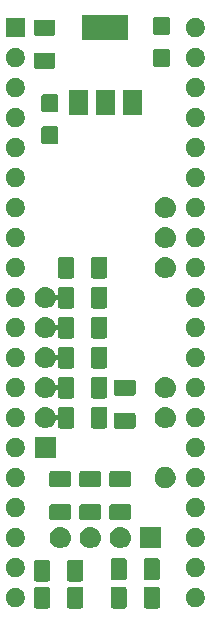
<source format=gbs>
G04 #@! TF.GenerationSoftware,KiCad,Pcbnew,5.1.4*
G04 #@! TF.CreationDate,2019-09-02T18:10:03+03:00*
G04 #@! TF.ProjectId,bluepill_stlink,626c7565-7069-46c6-9c5f-73746c696e6b,rev?*
G04 #@! TF.SameCoordinates,Original*
G04 #@! TF.FileFunction,Soldermask,Bot*
G04 #@! TF.FilePolarity,Negative*
%FSLAX46Y46*%
G04 Gerber Fmt 4.6, Leading zero omitted, Abs format (unit mm)*
G04 Created by KiCad (PCBNEW 5.1.4) date 2019-09-02 18:10:03*
%MOMM*%
%LPD*%
G04 APERTURE LIST*
%ADD10C,0.100000*%
G04 APERTURE END LIST*
D10*
G36*
X37478604Y-72738347D02*
G01*
X37515144Y-72749432D01*
X37548821Y-72767433D01*
X37578341Y-72791659D01*
X37602567Y-72821179D01*
X37620568Y-72854856D01*
X37631653Y-72891396D01*
X37636000Y-72935538D01*
X37636000Y-74384462D01*
X37631653Y-74428604D01*
X37620568Y-74465144D01*
X37602567Y-74498821D01*
X37578341Y-74528341D01*
X37548821Y-74552567D01*
X37515144Y-74570568D01*
X37478604Y-74581653D01*
X37434462Y-74586000D01*
X36485538Y-74586000D01*
X36441396Y-74581653D01*
X36404856Y-74570568D01*
X36371179Y-74552567D01*
X36341659Y-74528341D01*
X36317433Y-74498821D01*
X36299432Y-74465144D01*
X36288347Y-74428604D01*
X36284000Y-74384462D01*
X36284000Y-72935538D01*
X36288347Y-72891396D01*
X36299432Y-72854856D01*
X36317433Y-72821179D01*
X36341659Y-72791659D01*
X36371179Y-72767433D01*
X36404856Y-72749432D01*
X36441396Y-72738347D01*
X36485538Y-72734000D01*
X37434462Y-72734000D01*
X37478604Y-72738347D01*
X37478604Y-72738347D01*
G37*
G36*
X31001604Y-72738347D02*
G01*
X31038144Y-72749432D01*
X31071821Y-72767433D01*
X31101341Y-72791659D01*
X31125567Y-72821179D01*
X31143568Y-72854856D01*
X31154653Y-72891396D01*
X31159000Y-72935538D01*
X31159000Y-74384462D01*
X31154653Y-74428604D01*
X31143568Y-74465144D01*
X31125567Y-74498821D01*
X31101341Y-74528341D01*
X31071821Y-74552567D01*
X31038144Y-74570568D01*
X31001604Y-74581653D01*
X30957462Y-74586000D01*
X30008538Y-74586000D01*
X29964396Y-74581653D01*
X29927856Y-74570568D01*
X29894179Y-74552567D01*
X29864659Y-74528341D01*
X29840433Y-74498821D01*
X29822432Y-74465144D01*
X29811347Y-74428604D01*
X29807000Y-74384462D01*
X29807000Y-72935538D01*
X29811347Y-72891396D01*
X29822432Y-72854856D01*
X29840433Y-72821179D01*
X29864659Y-72791659D01*
X29894179Y-72767433D01*
X29927856Y-72749432D01*
X29964396Y-72738347D01*
X30008538Y-72734000D01*
X30957462Y-72734000D01*
X31001604Y-72738347D01*
X31001604Y-72738347D01*
G37*
G36*
X28201604Y-72738347D02*
G01*
X28238144Y-72749432D01*
X28271821Y-72767433D01*
X28301341Y-72791659D01*
X28325567Y-72821179D01*
X28343568Y-72854856D01*
X28354653Y-72891396D01*
X28359000Y-72935538D01*
X28359000Y-74384462D01*
X28354653Y-74428604D01*
X28343568Y-74465144D01*
X28325567Y-74498821D01*
X28301341Y-74528341D01*
X28271821Y-74552567D01*
X28238144Y-74570568D01*
X28201604Y-74581653D01*
X28157462Y-74586000D01*
X27208538Y-74586000D01*
X27164396Y-74581653D01*
X27127856Y-74570568D01*
X27094179Y-74552567D01*
X27064659Y-74528341D01*
X27040433Y-74498821D01*
X27022432Y-74465144D01*
X27011347Y-74428604D01*
X27007000Y-74384462D01*
X27007000Y-72935538D01*
X27011347Y-72891396D01*
X27022432Y-72854856D01*
X27040433Y-72821179D01*
X27064659Y-72791659D01*
X27094179Y-72767433D01*
X27127856Y-72749432D01*
X27164396Y-72738347D01*
X27208538Y-72734000D01*
X28157462Y-72734000D01*
X28201604Y-72738347D01*
X28201604Y-72738347D01*
G37*
G36*
X34678604Y-72738347D02*
G01*
X34715144Y-72749432D01*
X34748821Y-72767433D01*
X34778341Y-72791659D01*
X34802567Y-72821179D01*
X34820568Y-72854856D01*
X34831653Y-72891396D01*
X34836000Y-72935538D01*
X34836000Y-74384462D01*
X34831653Y-74428604D01*
X34820568Y-74465144D01*
X34802567Y-74498821D01*
X34778341Y-74528341D01*
X34748821Y-74552567D01*
X34715144Y-74570568D01*
X34678604Y-74581653D01*
X34634462Y-74586000D01*
X33685538Y-74586000D01*
X33641396Y-74581653D01*
X33604856Y-74570568D01*
X33571179Y-74552567D01*
X33541659Y-74528341D01*
X33517433Y-74498821D01*
X33499432Y-74465144D01*
X33488347Y-74428604D01*
X33484000Y-74384462D01*
X33484000Y-72935538D01*
X33488347Y-72891396D01*
X33499432Y-72854856D01*
X33517433Y-72821179D01*
X33541659Y-72791659D01*
X33571179Y-72767433D01*
X33604856Y-72749432D01*
X33641396Y-72738347D01*
X33685538Y-72734000D01*
X34634462Y-72734000D01*
X34678604Y-72738347D01*
X34678604Y-72738347D01*
G37*
G36*
X40877142Y-72878242D02*
G01*
X41025101Y-72939529D01*
X41158255Y-73028499D01*
X41271501Y-73141745D01*
X41360471Y-73274899D01*
X41421758Y-73422858D01*
X41453000Y-73579925D01*
X41453000Y-73740075D01*
X41421758Y-73897142D01*
X41360471Y-74045101D01*
X41271501Y-74178255D01*
X41158255Y-74291501D01*
X41025101Y-74380471D01*
X40877142Y-74441758D01*
X40720075Y-74473000D01*
X40559925Y-74473000D01*
X40402858Y-74441758D01*
X40254899Y-74380471D01*
X40121745Y-74291501D01*
X40008499Y-74178255D01*
X39919529Y-74045101D01*
X39858242Y-73897142D01*
X39827000Y-73740075D01*
X39827000Y-73579925D01*
X39858242Y-73422858D01*
X39919529Y-73274899D01*
X40008499Y-73141745D01*
X40121745Y-73028499D01*
X40254899Y-72939529D01*
X40402858Y-72878242D01*
X40559925Y-72847000D01*
X40720075Y-72847000D01*
X40877142Y-72878242D01*
X40877142Y-72878242D01*
G37*
G36*
X25637142Y-72878242D02*
G01*
X25785101Y-72939529D01*
X25918255Y-73028499D01*
X26031501Y-73141745D01*
X26120471Y-73274899D01*
X26181758Y-73422858D01*
X26213000Y-73579925D01*
X26213000Y-73740075D01*
X26181758Y-73897142D01*
X26120471Y-74045101D01*
X26031501Y-74178255D01*
X25918255Y-74291501D01*
X25785101Y-74380471D01*
X25637142Y-74441758D01*
X25480075Y-74473000D01*
X25319925Y-74473000D01*
X25162858Y-74441758D01*
X25014899Y-74380471D01*
X24881745Y-74291501D01*
X24768499Y-74178255D01*
X24679529Y-74045101D01*
X24618242Y-73897142D01*
X24587000Y-73740075D01*
X24587000Y-73579925D01*
X24618242Y-73422858D01*
X24679529Y-73274899D01*
X24768499Y-73141745D01*
X24881745Y-73028499D01*
X25014899Y-72939529D01*
X25162858Y-72878242D01*
X25319925Y-72847000D01*
X25480075Y-72847000D01*
X25637142Y-72878242D01*
X25637142Y-72878242D01*
G37*
G36*
X28201604Y-70452347D02*
G01*
X28238144Y-70463432D01*
X28271821Y-70481433D01*
X28301341Y-70505659D01*
X28325567Y-70535179D01*
X28343568Y-70568856D01*
X28354653Y-70605396D01*
X28359000Y-70649538D01*
X28359000Y-72098462D01*
X28354653Y-72142604D01*
X28343568Y-72179144D01*
X28325567Y-72212821D01*
X28301341Y-72242341D01*
X28271821Y-72266567D01*
X28238144Y-72284568D01*
X28201604Y-72295653D01*
X28157462Y-72300000D01*
X27208538Y-72300000D01*
X27164396Y-72295653D01*
X27127856Y-72284568D01*
X27094179Y-72266567D01*
X27064659Y-72242341D01*
X27040433Y-72212821D01*
X27022432Y-72179144D01*
X27011347Y-72142604D01*
X27007000Y-72098462D01*
X27007000Y-70649538D01*
X27011347Y-70605396D01*
X27022432Y-70568856D01*
X27040433Y-70535179D01*
X27064659Y-70505659D01*
X27094179Y-70481433D01*
X27127856Y-70463432D01*
X27164396Y-70452347D01*
X27208538Y-70448000D01*
X28157462Y-70448000D01*
X28201604Y-70452347D01*
X28201604Y-70452347D01*
G37*
G36*
X31001604Y-70452347D02*
G01*
X31038144Y-70463432D01*
X31071821Y-70481433D01*
X31101341Y-70505659D01*
X31125567Y-70535179D01*
X31143568Y-70568856D01*
X31154653Y-70605396D01*
X31159000Y-70649538D01*
X31159000Y-72098462D01*
X31154653Y-72142604D01*
X31143568Y-72179144D01*
X31125567Y-72212821D01*
X31101341Y-72242341D01*
X31071821Y-72266567D01*
X31038144Y-72284568D01*
X31001604Y-72295653D01*
X30957462Y-72300000D01*
X30008538Y-72300000D01*
X29964396Y-72295653D01*
X29927856Y-72284568D01*
X29894179Y-72266567D01*
X29864659Y-72242341D01*
X29840433Y-72212821D01*
X29822432Y-72179144D01*
X29811347Y-72142604D01*
X29807000Y-72098462D01*
X29807000Y-70649538D01*
X29811347Y-70605396D01*
X29822432Y-70568856D01*
X29840433Y-70535179D01*
X29864659Y-70505659D01*
X29894179Y-70481433D01*
X29927856Y-70463432D01*
X29964396Y-70452347D01*
X30008538Y-70448000D01*
X30957462Y-70448000D01*
X31001604Y-70452347D01*
X31001604Y-70452347D01*
G37*
G36*
X37481604Y-70325347D02*
G01*
X37518144Y-70336432D01*
X37551821Y-70354433D01*
X37581341Y-70378659D01*
X37605567Y-70408179D01*
X37623568Y-70441856D01*
X37634653Y-70478396D01*
X37639000Y-70522538D01*
X37639000Y-71971462D01*
X37634653Y-72015604D01*
X37623568Y-72052144D01*
X37605567Y-72085821D01*
X37581341Y-72115341D01*
X37551821Y-72139567D01*
X37518144Y-72157568D01*
X37481604Y-72168653D01*
X37437462Y-72173000D01*
X36488538Y-72173000D01*
X36444396Y-72168653D01*
X36407856Y-72157568D01*
X36374179Y-72139567D01*
X36344659Y-72115341D01*
X36320433Y-72085821D01*
X36302432Y-72052144D01*
X36291347Y-72015604D01*
X36287000Y-71971462D01*
X36287000Y-70522538D01*
X36291347Y-70478396D01*
X36302432Y-70441856D01*
X36320433Y-70408179D01*
X36344659Y-70378659D01*
X36374179Y-70354433D01*
X36407856Y-70336432D01*
X36444396Y-70325347D01*
X36488538Y-70321000D01*
X37437462Y-70321000D01*
X37481604Y-70325347D01*
X37481604Y-70325347D01*
G37*
G36*
X34681604Y-70325347D02*
G01*
X34718144Y-70336432D01*
X34751821Y-70354433D01*
X34781341Y-70378659D01*
X34805567Y-70408179D01*
X34823568Y-70441856D01*
X34834653Y-70478396D01*
X34839000Y-70522538D01*
X34839000Y-71971462D01*
X34834653Y-72015604D01*
X34823568Y-72052144D01*
X34805567Y-72085821D01*
X34781341Y-72115341D01*
X34751821Y-72139567D01*
X34718144Y-72157568D01*
X34681604Y-72168653D01*
X34637462Y-72173000D01*
X33688538Y-72173000D01*
X33644396Y-72168653D01*
X33607856Y-72157568D01*
X33574179Y-72139567D01*
X33544659Y-72115341D01*
X33520433Y-72085821D01*
X33502432Y-72052144D01*
X33491347Y-72015604D01*
X33487000Y-71971462D01*
X33487000Y-70522538D01*
X33491347Y-70478396D01*
X33502432Y-70441856D01*
X33520433Y-70408179D01*
X33544659Y-70378659D01*
X33574179Y-70354433D01*
X33607856Y-70336432D01*
X33644396Y-70325347D01*
X33688538Y-70321000D01*
X34637462Y-70321000D01*
X34681604Y-70325347D01*
X34681604Y-70325347D01*
G37*
G36*
X40877142Y-70338242D02*
G01*
X41025101Y-70399529D01*
X41158255Y-70488499D01*
X41271501Y-70601745D01*
X41360471Y-70734899D01*
X41421758Y-70882858D01*
X41453000Y-71039925D01*
X41453000Y-71200075D01*
X41421758Y-71357142D01*
X41360471Y-71505101D01*
X41271501Y-71638255D01*
X41158255Y-71751501D01*
X41025101Y-71840471D01*
X40877142Y-71901758D01*
X40720075Y-71933000D01*
X40559925Y-71933000D01*
X40402858Y-71901758D01*
X40254899Y-71840471D01*
X40121745Y-71751501D01*
X40008499Y-71638255D01*
X39919529Y-71505101D01*
X39858242Y-71357142D01*
X39827000Y-71200075D01*
X39827000Y-71039925D01*
X39858242Y-70882858D01*
X39919529Y-70734899D01*
X40008499Y-70601745D01*
X40121745Y-70488499D01*
X40254899Y-70399529D01*
X40402858Y-70338242D01*
X40559925Y-70307000D01*
X40720075Y-70307000D01*
X40877142Y-70338242D01*
X40877142Y-70338242D01*
G37*
G36*
X25637142Y-70338242D02*
G01*
X25785101Y-70399529D01*
X25918255Y-70488499D01*
X26031501Y-70601745D01*
X26120471Y-70734899D01*
X26181758Y-70882858D01*
X26213000Y-71039925D01*
X26213000Y-71200075D01*
X26181758Y-71357142D01*
X26120471Y-71505101D01*
X26031501Y-71638255D01*
X25918255Y-71751501D01*
X25785101Y-71840471D01*
X25637142Y-71901758D01*
X25480075Y-71933000D01*
X25319925Y-71933000D01*
X25162858Y-71901758D01*
X25014899Y-71840471D01*
X24881745Y-71751501D01*
X24768499Y-71638255D01*
X24679529Y-71505101D01*
X24618242Y-71357142D01*
X24587000Y-71200075D01*
X24587000Y-71039925D01*
X24618242Y-70882858D01*
X24679529Y-70734899D01*
X24768499Y-70601745D01*
X24881745Y-70488499D01*
X25014899Y-70399529D01*
X25162858Y-70338242D01*
X25319925Y-70307000D01*
X25480075Y-70307000D01*
X25637142Y-70338242D01*
X25637142Y-70338242D01*
G37*
G36*
X37731000Y-69481000D02*
G01*
X35929000Y-69481000D01*
X35929000Y-67679000D01*
X37731000Y-67679000D01*
X37731000Y-69481000D01*
X37731000Y-69481000D01*
G37*
G36*
X29320443Y-67685519D02*
G01*
X29386627Y-67692037D01*
X29556466Y-67743557D01*
X29712991Y-67827222D01*
X29748729Y-67856552D01*
X29850186Y-67939814D01*
X29933448Y-68041271D01*
X29962778Y-68077009D01*
X30046443Y-68233534D01*
X30097963Y-68403373D01*
X30115359Y-68580000D01*
X30097963Y-68756627D01*
X30046443Y-68926466D01*
X29962778Y-69082991D01*
X29950251Y-69098255D01*
X29850186Y-69220186D01*
X29752357Y-69300471D01*
X29712991Y-69332778D01*
X29556466Y-69416443D01*
X29386627Y-69467963D01*
X29320442Y-69474482D01*
X29254260Y-69481000D01*
X29165740Y-69481000D01*
X29099558Y-69474482D01*
X29033373Y-69467963D01*
X28863534Y-69416443D01*
X28707009Y-69332778D01*
X28667643Y-69300471D01*
X28569814Y-69220186D01*
X28469749Y-69098255D01*
X28457222Y-69082991D01*
X28373557Y-68926466D01*
X28322037Y-68756627D01*
X28304641Y-68580000D01*
X28322037Y-68403373D01*
X28373557Y-68233534D01*
X28457222Y-68077009D01*
X28486552Y-68041271D01*
X28569814Y-67939814D01*
X28671271Y-67856552D01*
X28707009Y-67827222D01*
X28863534Y-67743557D01*
X29033373Y-67692037D01*
X29099557Y-67685519D01*
X29165740Y-67679000D01*
X29254260Y-67679000D01*
X29320443Y-67685519D01*
X29320443Y-67685519D01*
G37*
G36*
X31860443Y-67685519D02*
G01*
X31926627Y-67692037D01*
X32096466Y-67743557D01*
X32252991Y-67827222D01*
X32288729Y-67856552D01*
X32390186Y-67939814D01*
X32473448Y-68041271D01*
X32502778Y-68077009D01*
X32586443Y-68233534D01*
X32637963Y-68403373D01*
X32655359Y-68580000D01*
X32637963Y-68756627D01*
X32586443Y-68926466D01*
X32502778Y-69082991D01*
X32490251Y-69098255D01*
X32390186Y-69220186D01*
X32292357Y-69300471D01*
X32252991Y-69332778D01*
X32096466Y-69416443D01*
X31926627Y-69467963D01*
X31860442Y-69474482D01*
X31794260Y-69481000D01*
X31705740Y-69481000D01*
X31639558Y-69474482D01*
X31573373Y-69467963D01*
X31403534Y-69416443D01*
X31247009Y-69332778D01*
X31207643Y-69300471D01*
X31109814Y-69220186D01*
X31009749Y-69098255D01*
X30997222Y-69082991D01*
X30913557Y-68926466D01*
X30862037Y-68756627D01*
X30844641Y-68580000D01*
X30862037Y-68403373D01*
X30913557Y-68233534D01*
X30997222Y-68077009D01*
X31026552Y-68041271D01*
X31109814Y-67939814D01*
X31211271Y-67856552D01*
X31247009Y-67827222D01*
X31403534Y-67743557D01*
X31573373Y-67692037D01*
X31639557Y-67685519D01*
X31705740Y-67679000D01*
X31794260Y-67679000D01*
X31860443Y-67685519D01*
X31860443Y-67685519D01*
G37*
G36*
X34400443Y-67685519D02*
G01*
X34466627Y-67692037D01*
X34636466Y-67743557D01*
X34792991Y-67827222D01*
X34828729Y-67856552D01*
X34930186Y-67939814D01*
X35013448Y-68041271D01*
X35042778Y-68077009D01*
X35126443Y-68233534D01*
X35177963Y-68403373D01*
X35195359Y-68580000D01*
X35177963Y-68756627D01*
X35126443Y-68926466D01*
X35042778Y-69082991D01*
X35030251Y-69098255D01*
X34930186Y-69220186D01*
X34832357Y-69300471D01*
X34792991Y-69332778D01*
X34636466Y-69416443D01*
X34466627Y-69467963D01*
X34400442Y-69474482D01*
X34334260Y-69481000D01*
X34245740Y-69481000D01*
X34179558Y-69474482D01*
X34113373Y-69467963D01*
X33943534Y-69416443D01*
X33787009Y-69332778D01*
X33747643Y-69300471D01*
X33649814Y-69220186D01*
X33549749Y-69098255D01*
X33537222Y-69082991D01*
X33453557Y-68926466D01*
X33402037Y-68756627D01*
X33384641Y-68580000D01*
X33402037Y-68403373D01*
X33453557Y-68233534D01*
X33537222Y-68077009D01*
X33566552Y-68041271D01*
X33649814Y-67939814D01*
X33751271Y-67856552D01*
X33787009Y-67827222D01*
X33943534Y-67743557D01*
X34113373Y-67692037D01*
X34179557Y-67685519D01*
X34245740Y-67679000D01*
X34334260Y-67679000D01*
X34400443Y-67685519D01*
X34400443Y-67685519D01*
G37*
G36*
X25637142Y-67798242D02*
G01*
X25785101Y-67859529D01*
X25918255Y-67948499D01*
X26031501Y-68061745D01*
X26120471Y-68194899D01*
X26181758Y-68342858D01*
X26213000Y-68499925D01*
X26213000Y-68660075D01*
X26181758Y-68817142D01*
X26120471Y-68965101D01*
X26031501Y-69098255D01*
X25918255Y-69211501D01*
X25785101Y-69300471D01*
X25637142Y-69361758D01*
X25480075Y-69393000D01*
X25319925Y-69393000D01*
X25162858Y-69361758D01*
X25014899Y-69300471D01*
X24881745Y-69211501D01*
X24768499Y-69098255D01*
X24679529Y-68965101D01*
X24618242Y-68817142D01*
X24587000Y-68660075D01*
X24587000Y-68499925D01*
X24618242Y-68342858D01*
X24679529Y-68194899D01*
X24768499Y-68061745D01*
X24881745Y-67948499D01*
X25014899Y-67859529D01*
X25162858Y-67798242D01*
X25319925Y-67767000D01*
X25480075Y-67767000D01*
X25637142Y-67798242D01*
X25637142Y-67798242D01*
G37*
G36*
X40877142Y-67798242D02*
G01*
X41025101Y-67859529D01*
X41158255Y-67948499D01*
X41271501Y-68061745D01*
X41360471Y-68194899D01*
X41421758Y-68342858D01*
X41453000Y-68499925D01*
X41453000Y-68660075D01*
X41421758Y-68817142D01*
X41360471Y-68965101D01*
X41271501Y-69098255D01*
X41158255Y-69211501D01*
X41025101Y-69300471D01*
X40877142Y-69361758D01*
X40720075Y-69393000D01*
X40559925Y-69393000D01*
X40402858Y-69361758D01*
X40254899Y-69300471D01*
X40121745Y-69211501D01*
X40008499Y-69098255D01*
X39919529Y-68965101D01*
X39858242Y-68817142D01*
X39827000Y-68660075D01*
X39827000Y-68499925D01*
X39858242Y-68342858D01*
X39919529Y-68194899D01*
X40008499Y-68061745D01*
X40121745Y-67948499D01*
X40254899Y-67859529D01*
X40402858Y-67798242D01*
X40559925Y-67767000D01*
X40720075Y-67767000D01*
X40877142Y-67798242D01*
X40877142Y-67798242D01*
G37*
G36*
X35058604Y-65752347D02*
G01*
X35095144Y-65763432D01*
X35128821Y-65781433D01*
X35158341Y-65805659D01*
X35182567Y-65835179D01*
X35200568Y-65868856D01*
X35211653Y-65905396D01*
X35216000Y-65949538D01*
X35216000Y-66898462D01*
X35211653Y-66942604D01*
X35200568Y-66979144D01*
X35182567Y-67012821D01*
X35158341Y-67042341D01*
X35128821Y-67066567D01*
X35095144Y-67084568D01*
X35058604Y-67095653D01*
X35014462Y-67100000D01*
X33565538Y-67100000D01*
X33521396Y-67095653D01*
X33484856Y-67084568D01*
X33451179Y-67066567D01*
X33421659Y-67042341D01*
X33397433Y-67012821D01*
X33379432Y-66979144D01*
X33368347Y-66942604D01*
X33364000Y-66898462D01*
X33364000Y-65949538D01*
X33368347Y-65905396D01*
X33379432Y-65868856D01*
X33397433Y-65835179D01*
X33421659Y-65805659D01*
X33451179Y-65781433D01*
X33484856Y-65763432D01*
X33521396Y-65752347D01*
X33565538Y-65748000D01*
X35014462Y-65748000D01*
X35058604Y-65752347D01*
X35058604Y-65752347D01*
G37*
G36*
X29978604Y-65752347D02*
G01*
X30015144Y-65763432D01*
X30048821Y-65781433D01*
X30078341Y-65805659D01*
X30102567Y-65835179D01*
X30120568Y-65868856D01*
X30131653Y-65905396D01*
X30136000Y-65949538D01*
X30136000Y-66898462D01*
X30131653Y-66942604D01*
X30120568Y-66979144D01*
X30102567Y-67012821D01*
X30078341Y-67042341D01*
X30048821Y-67066567D01*
X30015144Y-67084568D01*
X29978604Y-67095653D01*
X29934462Y-67100000D01*
X28485538Y-67100000D01*
X28441396Y-67095653D01*
X28404856Y-67084568D01*
X28371179Y-67066567D01*
X28341659Y-67042341D01*
X28317433Y-67012821D01*
X28299432Y-66979144D01*
X28288347Y-66942604D01*
X28284000Y-66898462D01*
X28284000Y-65949538D01*
X28288347Y-65905396D01*
X28299432Y-65868856D01*
X28317433Y-65835179D01*
X28341659Y-65805659D01*
X28371179Y-65781433D01*
X28404856Y-65763432D01*
X28441396Y-65752347D01*
X28485538Y-65748000D01*
X29934462Y-65748000D01*
X29978604Y-65752347D01*
X29978604Y-65752347D01*
G37*
G36*
X32518604Y-65752347D02*
G01*
X32555144Y-65763432D01*
X32588821Y-65781433D01*
X32618341Y-65805659D01*
X32642567Y-65835179D01*
X32660568Y-65868856D01*
X32671653Y-65905396D01*
X32676000Y-65949538D01*
X32676000Y-66898462D01*
X32671653Y-66942604D01*
X32660568Y-66979144D01*
X32642567Y-67012821D01*
X32618341Y-67042341D01*
X32588821Y-67066567D01*
X32555144Y-67084568D01*
X32518604Y-67095653D01*
X32474462Y-67100000D01*
X31025538Y-67100000D01*
X30981396Y-67095653D01*
X30944856Y-67084568D01*
X30911179Y-67066567D01*
X30881659Y-67042341D01*
X30857433Y-67012821D01*
X30839432Y-66979144D01*
X30828347Y-66942604D01*
X30824000Y-66898462D01*
X30824000Y-65949538D01*
X30828347Y-65905396D01*
X30839432Y-65868856D01*
X30857433Y-65835179D01*
X30881659Y-65805659D01*
X30911179Y-65781433D01*
X30944856Y-65763432D01*
X30981396Y-65752347D01*
X31025538Y-65748000D01*
X32474462Y-65748000D01*
X32518604Y-65752347D01*
X32518604Y-65752347D01*
G37*
G36*
X40877142Y-65258242D02*
G01*
X41025101Y-65319529D01*
X41158255Y-65408499D01*
X41271501Y-65521745D01*
X41360471Y-65654899D01*
X41421758Y-65802858D01*
X41453000Y-65959925D01*
X41453000Y-66120075D01*
X41421758Y-66277142D01*
X41360471Y-66425101D01*
X41271501Y-66558255D01*
X41158255Y-66671501D01*
X41025101Y-66760471D01*
X40877142Y-66821758D01*
X40720075Y-66853000D01*
X40559925Y-66853000D01*
X40402858Y-66821758D01*
X40254899Y-66760471D01*
X40121745Y-66671501D01*
X40008499Y-66558255D01*
X39919529Y-66425101D01*
X39858242Y-66277142D01*
X39827000Y-66120075D01*
X39827000Y-65959925D01*
X39858242Y-65802858D01*
X39919529Y-65654899D01*
X40008499Y-65521745D01*
X40121745Y-65408499D01*
X40254899Y-65319529D01*
X40402858Y-65258242D01*
X40559925Y-65227000D01*
X40720075Y-65227000D01*
X40877142Y-65258242D01*
X40877142Y-65258242D01*
G37*
G36*
X25637142Y-65258242D02*
G01*
X25785101Y-65319529D01*
X25918255Y-65408499D01*
X26031501Y-65521745D01*
X26120471Y-65654899D01*
X26181758Y-65802858D01*
X26213000Y-65959925D01*
X26213000Y-66120075D01*
X26181758Y-66277142D01*
X26120471Y-66425101D01*
X26031501Y-66558255D01*
X25918255Y-66671501D01*
X25785101Y-66760471D01*
X25637142Y-66821758D01*
X25480075Y-66853000D01*
X25319925Y-66853000D01*
X25162858Y-66821758D01*
X25014899Y-66760471D01*
X24881745Y-66671501D01*
X24768499Y-66558255D01*
X24679529Y-66425101D01*
X24618242Y-66277142D01*
X24587000Y-66120075D01*
X24587000Y-65959925D01*
X24618242Y-65802858D01*
X24679529Y-65654899D01*
X24768499Y-65521745D01*
X24881745Y-65408499D01*
X25014899Y-65319529D01*
X25162858Y-65258242D01*
X25319925Y-65227000D01*
X25480075Y-65227000D01*
X25637142Y-65258242D01*
X25637142Y-65258242D01*
G37*
G36*
X38213512Y-62603927D02*
G01*
X38362812Y-62633624D01*
X38526784Y-62701544D01*
X38674354Y-62800147D01*
X38799853Y-62925646D01*
X38898456Y-63073216D01*
X38966376Y-63237188D01*
X39001000Y-63411259D01*
X39001000Y-63588741D01*
X38966376Y-63762812D01*
X38898456Y-63926784D01*
X38799853Y-64074354D01*
X38674354Y-64199853D01*
X38526784Y-64298456D01*
X38362812Y-64366376D01*
X38213512Y-64396073D01*
X38188742Y-64401000D01*
X38011258Y-64401000D01*
X37986488Y-64396073D01*
X37837188Y-64366376D01*
X37673216Y-64298456D01*
X37525646Y-64199853D01*
X37400147Y-64074354D01*
X37301544Y-63926784D01*
X37233624Y-63762812D01*
X37199000Y-63588741D01*
X37199000Y-63411259D01*
X37233624Y-63237188D01*
X37301544Y-63073216D01*
X37400147Y-62925646D01*
X37525646Y-62800147D01*
X37673216Y-62701544D01*
X37837188Y-62633624D01*
X37986488Y-62603927D01*
X38011258Y-62599000D01*
X38188742Y-62599000D01*
X38213512Y-62603927D01*
X38213512Y-62603927D01*
G37*
G36*
X40877142Y-62718242D02*
G01*
X41025101Y-62779529D01*
X41158255Y-62868499D01*
X41271501Y-62981745D01*
X41360471Y-63114899D01*
X41421758Y-63262858D01*
X41453000Y-63419925D01*
X41453000Y-63580075D01*
X41421758Y-63737142D01*
X41360471Y-63885101D01*
X41271501Y-64018255D01*
X41158255Y-64131501D01*
X41025101Y-64220471D01*
X40877142Y-64281758D01*
X40720075Y-64313000D01*
X40559925Y-64313000D01*
X40402858Y-64281758D01*
X40254899Y-64220471D01*
X40121745Y-64131501D01*
X40008499Y-64018255D01*
X39919529Y-63885101D01*
X39858242Y-63737142D01*
X39827000Y-63580075D01*
X39827000Y-63419925D01*
X39858242Y-63262858D01*
X39919529Y-63114899D01*
X40008499Y-62981745D01*
X40121745Y-62868499D01*
X40254899Y-62779529D01*
X40402858Y-62718242D01*
X40559925Y-62687000D01*
X40720075Y-62687000D01*
X40877142Y-62718242D01*
X40877142Y-62718242D01*
G37*
G36*
X25637142Y-62718242D02*
G01*
X25785101Y-62779529D01*
X25918255Y-62868499D01*
X26031501Y-62981745D01*
X26120471Y-63114899D01*
X26181758Y-63262858D01*
X26213000Y-63419925D01*
X26213000Y-63580075D01*
X26181758Y-63737142D01*
X26120471Y-63885101D01*
X26031501Y-64018255D01*
X25918255Y-64131501D01*
X25785101Y-64220471D01*
X25637142Y-64281758D01*
X25480075Y-64313000D01*
X25319925Y-64313000D01*
X25162858Y-64281758D01*
X25014899Y-64220471D01*
X24881745Y-64131501D01*
X24768499Y-64018255D01*
X24679529Y-63885101D01*
X24618242Y-63737142D01*
X24587000Y-63580075D01*
X24587000Y-63419925D01*
X24618242Y-63262858D01*
X24679529Y-63114899D01*
X24768499Y-62981745D01*
X24881745Y-62868499D01*
X25014899Y-62779529D01*
X25162858Y-62718242D01*
X25319925Y-62687000D01*
X25480075Y-62687000D01*
X25637142Y-62718242D01*
X25637142Y-62718242D01*
G37*
G36*
X32518604Y-62952347D02*
G01*
X32555144Y-62963432D01*
X32588821Y-62981433D01*
X32618341Y-63005659D01*
X32642567Y-63035179D01*
X32660568Y-63068856D01*
X32671653Y-63105396D01*
X32676000Y-63149538D01*
X32676000Y-64098462D01*
X32671653Y-64142604D01*
X32660568Y-64179144D01*
X32642567Y-64212821D01*
X32618341Y-64242341D01*
X32588821Y-64266567D01*
X32555144Y-64284568D01*
X32518604Y-64295653D01*
X32474462Y-64300000D01*
X31025538Y-64300000D01*
X30981396Y-64295653D01*
X30944856Y-64284568D01*
X30911179Y-64266567D01*
X30881659Y-64242341D01*
X30857433Y-64212821D01*
X30839432Y-64179144D01*
X30828347Y-64142604D01*
X30824000Y-64098462D01*
X30824000Y-63149538D01*
X30828347Y-63105396D01*
X30839432Y-63068856D01*
X30857433Y-63035179D01*
X30881659Y-63005659D01*
X30911179Y-62981433D01*
X30944856Y-62963432D01*
X30981396Y-62952347D01*
X31025538Y-62948000D01*
X32474462Y-62948000D01*
X32518604Y-62952347D01*
X32518604Y-62952347D01*
G37*
G36*
X35058604Y-62952347D02*
G01*
X35095144Y-62963432D01*
X35128821Y-62981433D01*
X35158341Y-63005659D01*
X35182567Y-63035179D01*
X35200568Y-63068856D01*
X35211653Y-63105396D01*
X35216000Y-63149538D01*
X35216000Y-64098462D01*
X35211653Y-64142604D01*
X35200568Y-64179144D01*
X35182567Y-64212821D01*
X35158341Y-64242341D01*
X35128821Y-64266567D01*
X35095144Y-64284568D01*
X35058604Y-64295653D01*
X35014462Y-64300000D01*
X33565538Y-64300000D01*
X33521396Y-64295653D01*
X33484856Y-64284568D01*
X33451179Y-64266567D01*
X33421659Y-64242341D01*
X33397433Y-64212821D01*
X33379432Y-64179144D01*
X33368347Y-64142604D01*
X33364000Y-64098462D01*
X33364000Y-63149538D01*
X33368347Y-63105396D01*
X33379432Y-63068856D01*
X33397433Y-63035179D01*
X33421659Y-63005659D01*
X33451179Y-62981433D01*
X33484856Y-62963432D01*
X33521396Y-62952347D01*
X33565538Y-62948000D01*
X35014462Y-62948000D01*
X35058604Y-62952347D01*
X35058604Y-62952347D01*
G37*
G36*
X29978604Y-62952347D02*
G01*
X30015144Y-62963432D01*
X30048821Y-62981433D01*
X30078341Y-63005659D01*
X30102567Y-63035179D01*
X30120568Y-63068856D01*
X30131653Y-63105396D01*
X30136000Y-63149538D01*
X30136000Y-64098462D01*
X30131653Y-64142604D01*
X30120568Y-64179144D01*
X30102567Y-64212821D01*
X30078341Y-64242341D01*
X30048821Y-64266567D01*
X30015144Y-64284568D01*
X29978604Y-64295653D01*
X29934462Y-64300000D01*
X28485538Y-64300000D01*
X28441396Y-64295653D01*
X28404856Y-64284568D01*
X28371179Y-64266567D01*
X28341659Y-64242341D01*
X28317433Y-64212821D01*
X28299432Y-64179144D01*
X28288347Y-64142604D01*
X28284000Y-64098462D01*
X28284000Y-63149538D01*
X28288347Y-63105396D01*
X28299432Y-63068856D01*
X28317433Y-63035179D01*
X28341659Y-63005659D01*
X28371179Y-62981433D01*
X28404856Y-62963432D01*
X28441396Y-62952347D01*
X28485538Y-62948000D01*
X29934462Y-62948000D01*
X29978604Y-62952347D01*
X29978604Y-62952347D01*
G37*
G36*
X28841000Y-61861000D02*
G01*
X27039000Y-61861000D01*
X27039000Y-60059000D01*
X28841000Y-60059000D01*
X28841000Y-61861000D01*
X28841000Y-61861000D01*
G37*
G36*
X25637142Y-60178242D02*
G01*
X25785101Y-60239529D01*
X25918255Y-60328499D01*
X26031501Y-60441745D01*
X26120471Y-60574899D01*
X26181758Y-60722858D01*
X26213000Y-60879925D01*
X26213000Y-61040075D01*
X26181758Y-61197142D01*
X26120471Y-61345101D01*
X26031501Y-61478255D01*
X25918255Y-61591501D01*
X25785101Y-61680471D01*
X25637142Y-61741758D01*
X25480075Y-61773000D01*
X25319925Y-61773000D01*
X25162858Y-61741758D01*
X25014899Y-61680471D01*
X24881745Y-61591501D01*
X24768499Y-61478255D01*
X24679529Y-61345101D01*
X24618242Y-61197142D01*
X24587000Y-61040075D01*
X24587000Y-60879925D01*
X24618242Y-60722858D01*
X24679529Y-60574899D01*
X24768499Y-60441745D01*
X24881745Y-60328499D01*
X25014899Y-60239529D01*
X25162858Y-60178242D01*
X25319925Y-60147000D01*
X25480075Y-60147000D01*
X25637142Y-60178242D01*
X25637142Y-60178242D01*
G37*
G36*
X40877142Y-60178242D02*
G01*
X41025101Y-60239529D01*
X41158255Y-60328499D01*
X41271501Y-60441745D01*
X41360471Y-60574899D01*
X41421758Y-60722858D01*
X41453000Y-60879925D01*
X41453000Y-61040075D01*
X41421758Y-61197142D01*
X41360471Y-61345101D01*
X41271501Y-61478255D01*
X41158255Y-61591501D01*
X41025101Y-61680471D01*
X40877142Y-61741758D01*
X40720075Y-61773000D01*
X40559925Y-61773000D01*
X40402858Y-61741758D01*
X40254899Y-61680471D01*
X40121745Y-61591501D01*
X40008499Y-61478255D01*
X39919529Y-61345101D01*
X39858242Y-61197142D01*
X39827000Y-61040075D01*
X39827000Y-60879925D01*
X39858242Y-60722858D01*
X39919529Y-60574899D01*
X40008499Y-60441745D01*
X40121745Y-60328499D01*
X40254899Y-60239529D01*
X40402858Y-60178242D01*
X40559925Y-60147000D01*
X40720075Y-60147000D01*
X40877142Y-60178242D01*
X40877142Y-60178242D01*
G37*
G36*
X35439604Y-58005347D02*
G01*
X35476144Y-58016432D01*
X35509821Y-58034433D01*
X35539341Y-58058659D01*
X35563567Y-58088179D01*
X35581568Y-58121856D01*
X35592653Y-58158396D01*
X35597000Y-58202538D01*
X35597000Y-59151462D01*
X35592653Y-59195604D01*
X35581568Y-59232144D01*
X35563567Y-59265821D01*
X35539341Y-59295341D01*
X35509821Y-59319567D01*
X35476144Y-59337568D01*
X35439604Y-59348653D01*
X35395462Y-59353000D01*
X33946538Y-59353000D01*
X33902396Y-59348653D01*
X33865856Y-59337568D01*
X33832179Y-59319567D01*
X33802659Y-59295341D01*
X33778433Y-59265821D01*
X33760432Y-59232144D01*
X33749347Y-59195604D01*
X33745000Y-59151462D01*
X33745000Y-58202538D01*
X33749347Y-58158396D01*
X33760432Y-58121856D01*
X33778433Y-58088179D01*
X33802659Y-58058659D01*
X33832179Y-58034433D01*
X33865856Y-58016432D01*
X33902396Y-58005347D01*
X33946538Y-58001000D01*
X35395462Y-58001000D01*
X35439604Y-58005347D01*
X35439604Y-58005347D01*
G37*
G36*
X33033604Y-57498347D02*
G01*
X33070144Y-57509432D01*
X33103821Y-57527433D01*
X33133341Y-57551659D01*
X33157567Y-57581179D01*
X33175568Y-57614856D01*
X33186653Y-57651396D01*
X33191000Y-57695538D01*
X33191000Y-59144462D01*
X33186653Y-59188604D01*
X33175568Y-59225144D01*
X33157567Y-59258821D01*
X33133341Y-59288341D01*
X33103821Y-59312567D01*
X33070144Y-59330568D01*
X33033604Y-59341653D01*
X32989462Y-59346000D01*
X32040538Y-59346000D01*
X31996396Y-59341653D01*
X31959856Y-59330568D01*
X31926179Y-59312567D01*
X31896659Y-59288341D01*
X31872433Y-59258821D01*
X31854432Y-59225144D01*
X31843347Y-59188604D01*
X31839000Y-59144462D01*
X31839000Y-57695538D01*
X31843347Y-57651396D01*
X31854432Y-57614856D01*
X31872433Y-57581179D01*
X31896659Y-57551659D01*
X31926179Y-57527433D01*
X31959856Y-57509432D01*
X31996396Y-57498347D01*
X32040538Y-57494000D01*
X32989462Y-57494000D01*
X33033604Y-57498347D01*
X33033604Y-57498347D01*
G37*
G36*
X30233604Y-57498347D02*
G01*
X30270144Y-57509432D01*
X30303821Y-57527433D01*
X30333341Y-57551659D01*
X30357567Y-57581179D01*
X30375568Y-57614856D01*
X30386653Y-57651396D01*
X30391000Y-57695538D01*
X30391000Y-59144462D01*
X30386653Y-59188604D01*
X30375568Y-59225144D01*
X30357567Y-59258821D01*
X30333341Y-59288341D01*
X30303821Y-59312567D01*
X30270144Y-59330568D01*
X30233604Y-59341653D01*
X30189462Y-59346000D01*
X29240538Y-59346000D01*
X29196396Y-59341653D01*
X29159856Y-59330568D01*
X29126179Y-59312567D01*
X29096659Y-59288341D01*
X29072433Y-59258821D01*
X29054432Y-59225144D01*
X29043347Y-59188604D01*
X29039000Y-59144462D01*
X29039000Y-58743606D01*
X29036598Y-58719220D01*
X29029485Y-58695771D01*
X29017934Y-58674160D01*
X29002389Y-58655218D01*
X28983447Y-58639673D01*
X28961836Y-58628122D01*
X28938387Y-58621009D01*
X28914001Y-58618607D01*
X28889615Y-58621009D01*
X28866166Y-58628122D01*
X28844555Y-58639673D01*
X28825613Y-58655218D01*
X28810068Y-58674160D01*
X28798517Y-58695771D01*
X28794387Y-58707314D01*
X28776443Y-58766466D01*
X28692778Y-58922991D01*
X28680251Y-58938255D01*
X28580186Y-59060186D01*
X28482357Y-59140471D01*
X28442991Y-59172778D01*
X28286466Y-59256443D01*
X28116627Y-59307963D01*
X28050442Y-59314482D01*
X27984260Y-59321000D01*
X27895740Y-59321000D01*
X27829558Y-59314482D01*
X27763373Y-59307963D01*
X27593534Y-59256443D01*
X27437009Y-59172778D01*
X27397643Y-59140471D01*
X27299814Y-59060186D01*
X27199749Y-58938255D01*
X27187222Y-58922991D01*
X27103557Y-58766466D01*
X27052037Y-58596627D01*
X27034641Y-58420000D01*
X27052037Y-58243373D01*
X27103557Y-58073534D01*
X27187222Y-57917009D01*
X27216552Y-57881271D01*
X27299814Y-57779814D01*
X27402506Y-57695538D01*
X27437009Y-57667222D01*
X27593534Y-57583557D01*
X27763373Y-57532037D01*
X27829557Y-57525519D01*
X27895740Y-57519000D01*
X27984260Y-57519000D01*
X28050443Y-57525519D01*
X28116627Y-57532037D01*
X28286466Y-57583557D01*
X28442991Y-57667222D01*
X28477494Y-57695538D01*
X28580186Y-57779814D01*
X28663448Y-57881271D01*
X28692778Y-57917009D01*
X28776443Y-58073534D01*
X28794386Y-58132683D01*
X28803762Y-58155318D01*
X28817375Y-58175692D01*
X28834702Y-58193019D01*
X28855077Y-58206633D01*
X28877715Y-58216011D01*
X28901749Y-58220791D01*
X28926253Y-58220791D01*
X28950286Y-58216011D01*
X28972925Y-58206633D01*
X28993299Y-58193020D01*
X29010626Y-58175693D01*
X29024240Y-58155318D01*
X29033618Y-58132680D01*
X29038398Y-58108646D01*
X29039000Y-58096394D01*
X29039000Y-57695538D01*
X29043347Y-57651396D01*
X29054432Y-57614856D01*
X29072433Y-57581179D01*
X29096659Y-57551659D01*
X29126179Y-57527433D01*
X29159856Y-57509432D01*
X29196396Y-57498347D01*
X29240538Y-57494000D01*
X30189462Y-57494000D01*
X30233604Y-57498347D01*
X30233604Y-57498347D01*
G37*
G36*
X38210443Y-57525519D02*
G01*
X38276627Y-57532037D01*
X38446466Y-57583557D01*
X38602991Y-57667222D01*
X38637494Y-57695538D01*
X38740186Y-57779814D01*
X38823448Y-57881271D01*
X38852778Y-57917009D01*
X38936443Y-58073534D01*
X38987963Y-58243373D01*
X39005359Y-58420000D01*
X38987963Y-58596627D01*
X38936443Y-58766466D01*
X38852778Y-58922991D01*
X38840251Y-58938255D01*
X38740186Y-59060186D01*
X38642357Y-59140471D01*
X38602991Y-59172778D01*
X38446466Y-59256443D01*
X38276627Y-59307963D01*
X38210442Y-59314482D01*
X38144260Y-59321000D01*
X38055740Y-59321000D01*
X37989558Y-59314482D01*
X37923373Y-59307963D01*
X37753534Y-59256443D01*
X37597009Y-59172778D01*
X37557643Y-59140471D01*
X37459814Y-59060186D01*
X37359749Y-58938255D01*
X37347222Y-58922991D01*
X37263557Y-58766466D01*
X37212037Y-58596627D01*
X37194641Y-58420000D01*
X37212037Y-58243373D01*
X37263557Y-58073534D01*
X37347222Y-57917009D01*
X37376552Y-57881271D01*
X37459814Y-57779814D01*
X37562506Y-57695538D01*
X37597009Y-57667222D01*
X37753534Y-57583557D01*
X37923373Y-57532037D01*
X37989557Y-57525519D01*
X38055740Y-57519000D01*
X38144260Y-57519000D01*
X38210443Y-57525519D01*
X38210443Y-57525519D01*
G37*
G36*
X40877142Y-57638242D02*
G01*
X41025101Y-57699529D01*
X41158255Y-57788499D01*
X41271501Y-57901745D01*
X41360471Y-58034899D01*
X41421758Y-58182858D01*
X41453000Y-58339925D01*
X41453000Y-58500075D01*
X41421758Y-58657142D01*
X41360471Y-58805101D01*
X41271501Y-58938255D01*
X41158255Y-59051501D01*
X41025101Y-59140471D01*
X40877142Y-59201758D01*
X40720075Y-59233000D01*
X40559925Y-59233000D01*
X40402858Y-59201758D01*
X40254899Y-59140471D01*
X40121745Y-59051501D01*
X40008499Y-58938255D01*
X39919529Y-58805101D01*
X39858242Y-58657142D01*
X39827000Y-58500075D01*
X39827000Y-58339925D01*
X39858242Y-58182858D01*
X39919529Y-58034899D01*
X40008499Y-57901745D01*
X40121745Y-57788499D01*
X40254899Y-57699529D01*
X40402858Y-57638242D01*
X40559925Y-57607000D01*
X40720075Y-57607000D01*
X40877142Y-57638242D01*
X40877142Y-57638242D01*
G37*
G36*
X25637142Y-57638242D02*
G01*
X25785101Y-57699529D01*
X25918255Y-57788499D01*
X26031501Y-57901745D01*
X26120471Y-58034899D01*
X26181758Y-58182858D01*
X26213000Y-58339925D01*
X26213000Y-58500075D01*
X26181758Y-58657142D01*
X26120471Y-58805101D01*
X26031501Y-58938255D01*
X25918255Y-59051501D01*
X25785101Y-59140471D01*
X25637142Y-59201758D01*
X25480075Y-59233000D01*
X25319925Y-59233000D01*
X25162858Y-59201758D01*
X25014899Y-59140471D01*
X24881745Y-59051501D01*
X24768499Y-58938255D01*
X24679529Y-58805101D01*
X24618242Y-58657142D01*
X24587000Y-58500075D01*
X24587000Y-58339925D01*
X24618242Y-58182858D01*
X24679529Y-58034899D01*
X24768499Y-57901745D01*
X24881745Y-57788499D01*
X25014899Y-57699529D01*
X25162858Y-57638242D01*
X25319925Y-57607000D01*
X25480075Y-57607000D01*
X25637142Y-57638242D01*
X25637142Y-57638242D01*
G37*
G36*
X30233604Y-54958347D02*
G01*
X30270144Y-54969432D01*
X30303821Y-54987433D01*
X30333341Y-55011659D01*
X30357567Y-55041179D01*
X30375568Y-55074856D01*
X30386653Y-55111396D01*
X30391000Y-55155538D01*
X30391000Y-56604462D01*
X30386653Y-56648604D01*
X30375568Y-56685144D01*
X30357567Y-56718821D01*
X30333341Y-56748341D01*
X30303821Y-56772567D01*
X30270144Y-56790568D01*
X30233604Y-56801653D01*
X30189462Y-56806000D01*
X29240538Y-56806000D01*
X29196396Y-56801653D01*
X29159856Y-56790568D01*
X29126179Y-56772567D01*
X29096659Y-56748341D01*
X29072433Y-56718821D01*
X29054432Y-56685144D01*
X29043347Y-56648604D01*
X29039000Y-56604462D01*
X29039000Y-56203606D01*
X29036598Y-56179220D01*
X29029485Y-56155771D01*
X29017934Y-56134160D01*
X29002389Y-56115218D01*
X28983447Y-56099673D01*
X28961836Y-56088122D01*
X28938387Y-56081009D01*
X28914001Y-56078607D01*
X28889615Y-56081009D01*
X28866166Y-56088122D01*
X28844555Y-56099673D01*
X28825613Y-56115218D01*
X28810068Y-56134160D01*
X28798517Y-56155771D01*
X28794387Y-56167314D01*
X28776443Y-56226466D01*
X28692778Y-56382991D01*
X28680251Y-56398255D01*
X28580186Y-56520186D01*
X28497124Y-56588352D01*
X28442991Y-56632778D01*
X28286466Y-56716443D01*
X28116627Y-56767963D01*
X28050443Y-56774481D01*
X27984260Y-56781000D01*
X27895740Y-56781000D01*
X27829557Y-56774481D01*
X27763373Y-56767963D01*
X27593534Y-56716443D01*
X27437009Y-56632778D01*
X27382876Y-56588352D01*
X27299814Y-56520186D01*
X27199749Y-56398255D01*
X27187222Y-56382991D01*
X27103557Y-56226466D01*
X27052037Y-56056627D01*
X27034641Y-55880000D01*
X27052037Y-55703373D01*
X27103557Y-55533534D01*
X27187222Y-55377009D01*
X27233045Y-55321174D01*
X27299814Y-55239814D01*
X27402506Y-55155538D01*
X27437009Y-55127222D01*
X27593534Y-55043557D01*
X27763373Y-54992037D01*
X27829557Y-54985519D01*
X27895740Y-54979000D01*
X27984260Y-54979000D01*
X28050443Y-54985519D01*
X28116627Y-54992037D01*
X28286466Y-55043557D01*
X28442991Y-55127222D01*
X28477494Y-55155538D01*
X28580186Y-55239814D01*
X28646955Y-55321174D01*
X28692778Y-55377009D01*
X28776443Y-55533534D01*
X28794386Y-55592683D01*
X28803762Y-55615318D01*
X28817375Y-55635692D01*
X28834702Y-55653019D01*
X28855077Y-55666633D01*
X28877715Y-55676011D01*
X28901749Y-55680791D01*
X28926253Y-55680791D01*
X28950286Y-55676011D01*
X28972925Y-55666633D01*
X28993299Y-55653020D01*
X29010626Y-55635693D01*
X29024240Y-55615318D01*
X29033618Y-55592680D01*
X29038398Y-55568646D01*
X29039000Y-55556394D01*
X29039000Y-55155538D01*
X29043347Y-55111396D01*
X29054432Y-55074856D01*
X29072433Y-55041179D01*
X29096659Y-55011659D01*
X29126179Y-54987433D01*
X29159856Y-54969432D01*
X29196396Y-54958347D01*
X29240538Y-54954000D01*
X30189462Y-54954000D01*
X30233604Y-54958347D01*
X30233604Y-54958347D01*
G37*
G36*
X33033604Y-54958347D02*
G01*
X33070144Y-54969432D01*
X33103821Y-54987433D01*
X33133341Y-55011659D01*
X33157567Y-55041179D01*
X33175568Y-55074856D01*
X33186653Y-55111396D01*
X33191000Y-55155538D01*
X33191000Y-56604462D01*
X33186653Y-56648604D01*
X33175568Y-56685144D01*
X33157567Y-56718821D01*
X33133341Y-56748341D01*
X33103821Y-56772567D01*
X33070144Y-56790568D01*
X33033604Y-56801653D01*
X32989462Y-56806000D01*
X32040538Y-56806000D01*
X31996396Y-56801653D01*
X31959856Y-56790568D01*
X31926179Y-56772567D01*
X31896659Y-56748341D01*
X31872433Y-56718821D01*
X31854432Y-56685144D01*
X31843347Y-56648604D01*
X31839000Y-56604462D01*
X31839000Y-55155538D01*
X31843347Y-55111396D01*
X31854432Y-55074856D01*
X31872433Y-55041179D01*
X31896659Y-55011659D01*
X31926179Y-54987433D01*
X31959856Y-54969432D01*
X31996396Y-54958347D01*
X32040538Y-54954000D01*
X32989462Y-54954000D01*
X33033604Y-54958347D01*
X33033604Y-54958347D01*
G37*
G36*
X38210443Y-54985519D02*
G01*
X38276627Y-54992037D01*
X38446466Y-55043557D01*
X38602991Y-55127222D01*
X38637494Y-55155538D01*
X38740186Y-55239814D01*
X38806955Y-55321174D01*
X38852778Y-55377009D01*
X38936443Y-55533534D01*
X38987963Y-55703373D01*
X39005359Y-55880000D01*
X38987963Y-56056627D01*
X38936443Y-56226466D01*
X38852778Y-56382991D01*
X38840251Y-56398255D01*
X38740186Y-56520186D01*
X38657124Y-56588352D01*
X38602991Y-56632778D01*
X38446466Y-56716443D01*
X38276627Y-56767963D01*
X38210443Y-56774481D01*
X38144260Y-56781000D01*
X38055740Y-56781000D01*
X37989557Y-56774481D01*
X37923373Y-56767963D01*
X37753534Y-56716443D01*
X37597009Y-56632778D01*
X37542876Y-56588352D01*
X37459814Y-56520186D01*
X37359749Y-56398255D01*
X37347222Y-56382991D01*
X37263557Y-56226466D01*
X37212037Y-56056627D01*
X37194641Y-55880000D01*
X37212037Y-55703373D01*
X37263557Y-55533534D01*
X37347222Y-55377009D01*
X37393045Y-55321174D01*
X37459814Y-55239814D01*
X37562506Y-55155538D01*
X37597009Y-55127222D01*
X37753534Y-55043557D01*
X37923373Y-54992037D01*
X37989557Y-54985519D01*
X38055740Y-54979000D01*
X38144260Y-54979000D01*
X38210443Y-54985519D01*
X38210443Y-54985519D01*
G37*
G36*
X25637142Y-55098242D02*
G01*
X25785101Y-55159529D01*
X25918255Y-55248499D01*
X26031501Y-55361745D01*
X26120471Y-55494899D01*
X26181758Y-55642858D01*
X26213000Y-55799925D01*
X26213000Y-55960075D01*
X26181758Y-56117142D01*
X26120471Y-56265101D01*
X26031501Y-56398255D01*
X25918255Y-56511501D01*
X25785101Y-56600471D01*
X25637142Y-56661758D01*
X25480075Y-56693000D01*
X25319925Y-56693000D01*
X25162858Y-56661758D01*
X25014899Y-56600471D01*
X24881745Y-56511501D01*
X24768499Y-56398255D01*
X24679529Y-56265101D01*
X24618242Y-56117142D01*
X24587000Y-55960075D01*
X24587000Y-55799925D01*
X24618242Y-55642858D01*
X24679529Y-55494899D01*
X24768499Y-55361745D01*
X24881745Y-55248499D01*
X25014899Y-55159529D01*
X25162858Y-55098242D01*
X25319925Y-55067000D01*
X25480075Y-55067000D01*
X25637142Y-55098242D01*
X25637142Y-55098242D01*
G37*
G36*
X40877142Y-55098242D02*
G01*
X41025101Y-55159529D01*
X41158255Y-55248499D01*
X41271501Y-55361745D01*
X41360471Y-55494899D01*
X41421758Y-55642858D01*
X41453000Y-55799925D01*
X41453000Y-55960075D01*
X41421758Y-56117142D01*
X41360471Y-56265101D01*
X41271501Y-56398255D01*
X41158255Y-56511501D01*
X41025101Y-56600471D01*
X40877142Y-56661758D01*
X40720075Y-56693000D01*
X40559925Y-56693000D01*
X40402858Y-56661758D01*
X40254899Y-56600471D01*
X40121745Y-56511501D01*
X40008499Y-56398255D01*
X39919529Y-56265101D01*
X39858242Y-56117142D01*
X39827000Y-55960075D01*
X39827000Y-55799925D01*
X39858242Y-55642858D01*
X39919529Y-55494899D01*
X40008499Y-55361745D01*
X40121745Y-55248499D01*
X40254899Y-55159529D01*
X40402858Y-55098242D01*
X40559925Y-55067000D01*
X40720075Y-55067000D01*
X40877142Y-55098242D01*
X40877142Y-55098242D01*
G37*
G36*
X35439604Y-55205347D02*
G01*
X35476144Y-55216432D01*
X35509821Y-55234433D01*
X35539341Y-55258659D01*
X35563567Y-55288179D01*
X35581568Y-55321856D01*
X35592653Y-55358396D01*
X35597000Y-55402538D01*
X35597000Y-56351462D01*
X35592653Y-56395604D01*
X35581568Y-56432144D01*
X35563567Y-56465821D01*
X35539341Y-56495341D01*
X35509821Y-56519567D01*
X35476144Y-56537568D01*
X35439604Y-56548653D01*
X35395462Y-56553000D01*
X33946538Y-56553000D01*
X33902396Y-56548653D01*
X33865856Y-56537568D01*
X33832179Y-56519567D01*
X33802659Y-56495341D01*
X33778433Y-56465821D01*
X33760432Y-56432144D01*
X33749347Y-56395604D01*
X33745000Y-56351462D01*
X33745000Y-55402538D01*
X33749347Y-55358396D01*
X33760432Y-55321856D01*
X33778433Y-55288179D01*
X33802659Y-55258659D01*
X33832179Y-55234433D01*
X33865856Y-55216432D01*
X33902396Y-55205347D01*
X33946538Y-55201000D01*
X35395462Y-55201000D01*
X35439604Y-55205347D01*
X35439604Y-55205347D01*
G37*
G36*
X30233604Y-52418347D02*
G01*
X30270144Y-52429432D01*
X30303821Y-52447433D01*
X30333341Y-52471659D01*
X30357567Y-52501179D01*
X30375568Y-52534856D01*
X30386653Y-52571396D01*
X30391000Y-52615538D01*
X30391000Y-54064462D01*
X30386653Y-54108604D01*
X30375568Y-54145144D01*
X30357567Y-54178821D01*
X30333341Y-54208341D01*
X30303821Y-54232567D01*
X30270144Y-54250568D01*
X30233604Y-54261653D01*
X30189462Y-54266000D01*
X29240538Y-54266000D01*
X29196396Y-54261653D01*
X29159856Y-54250568D01*
X29126179Y-54232567D01*
X29096659Y-54208341D01*
X29072433Y-54178821D01*
X29054432Y-54145144D01*
X29043347Y-54108604D01*
X29039000Y-54064462D01*
X29039000Y-53663606D01*
X29036598Y-53639220D01*
X29029485Y-53615771D01*
X29017934Y-53594160D01*
X29002389Y-53575218D01*
X28983447Y-53559673D01*
X28961836Y-53548122D01*
X28938387Y-53541009D01*
X28914001Y-53538607D01*
X28889615Y-53541009D01*
X28866166Y-53548122D01*
X28844555Y-53559673D01*
X28825613Y-53575218D01*
X28810068Y-53594160D01*
X28798517Y-53615771D01*
X28794387Y-53627314D01*
X28776443Y-53686466D01*
X28692778Y-53842991D01*
X28680251Y-53858255D01*
X28580186Y-53980186D01*
X28497124Y-54048352D01*
X28442991Y-54092778D01*
X28286466Y-54176443D01*
X28116627Y-54227963D01*
X28050442Y-54234482D01*
X27984260Y-54241000D01*
X27895740Y-54241000D01*
X27829558Y-54234482D01*
X27763373Y-54227963D01*
X27593534Y-54176443D01*
X27437009Y-54092778D01*
X27382876Y-54048352D01*
X27299814Y-53980186D01*
X27199749Y-53858255D01*
X27187222Y-53842991D01*
X27103557Y-53686466D01*
X27052037Y-53516627D01*
X27034641Y-53340000D01*
X27052037Y-53163373D01*
X27103557Y-52993534D01*
X27187222Y-52837009D01*
X27216552Y-52801271D01*
X27299814Y-52699814D01*
X27402506Y-52615538D01*
X27437009Y-52587222D01*
X27593534Y-52503557D01*
X27763373Y-52452037D01*
X27829558Y-52445518D01*
X27895740Y-52439000D01*
X27984260Y-52439000D01*
X28050443Y-52445519D01*
X28116627Y-52452037D01*
X28286466Y-52503557D01*
X28442991Y-52587222D01*
X28477494Y-52615538D01*
X28580186Y-52699814D01*
X28663448Y-52801271D01*
X28692778Y-52837009D01*
X28776443Y-52993534D01*
X28794386Y-53052683D01*
X28803762Y-53075318D01*
X28817375Y-53095692D01*
X28834702Y-53113019D01*
X28855077Y-53126633D01*
X28877715Y-53136011D01*
X28901749Y-53140791D01*
X28926253Y-53140791D01*
X28950286Y-53136011D01*
X28972925Y-53126633D01*
X28993299Y-53113020D01*
X29010626Y-53095693D01*
X29024240Y-53075318D01*
X29033618Y-53052680D01*
X29038398Y-53028646D01*
X29039000Y-53016394D01*
X29039000Y-52615538D01*
X29043347Y-52571396D01*
X29054432Y-52534856D01*
X29072433Y-52501179D01*
X29096659Y-52471659D01*
X29126179Y-52447433D01*
X29159856Y-52429432D01*
X29196396Y-52418347D01*
X29240538Y-52414000D01*
X30189462Y-52414000D01*
X30233604Y-52418347D01*
X30233604Y-52418347D01*
G37*
G36*
X33033604Y-52418347D02*
G01*
X33070144Y-52429432D01*
X33103821Y-52447433D01*
X33133341Y-52471659D01*
X33157567Y-52501179D01*
X33175568Y-52534856D01*
X33186653Y-52571396D01*
X33191000Y-52615538D01*
X33191000Y-54064462D01*
X33186653Y-54108604D01*
X33175568Y-54145144D01*
X33157567Y-54178821D01*
X33133341Y-54208341D01*
X33103821Y-54232567D01*
X33070144Y-54250568D01*
X33033604Y-54261653D01*
X32989462Y-54266000D01*
X32040538Y-54266000D01*
X31996396Y-54261653D01*
X31959856Y-54250568D01*
X31926179Y-54232567D01*
X31896659Y-54208341D01*
X31872433Y-54178821D01*
X31854432Y-54145144D01*
X31843347Y-54108604D01*
X31839000Y-54064462D01*
X31839000Y-52615538D01*
X31843347Y-52571396D01*
X31854432Y-52534856D01*
X31872433Y-52501179D01*
X31896659Y-52471659D01*
X31926179Y-52447433D01*
X31959856Y-52429432D01*
X31996396Y-52418347D01*
X32040538Y-52414000D01*
X32989462Y-52414000D01*
X33033604Y-52418347D01*
X33033604Y-52418347D01*
G37*
G36*
X40877142Y-52558242D02*
G01*
X41025101Y-52619529D01*
X41158255Y-52708499D01*
X41271501Y-52821745D01*
X41360471Y-52954899D01*
X41421758Y-53102858D01*
X41453000Y-53259925D01*
X41453000Y-53420075D01*
X41421758Y-53577142D01*
X41360471Y-53725101D01*
X41271501Y-53858255D01*
X41158255Y-53971501D01*
X41025101Y-54060471D01*
X40877142Y-54121758D01*
X40720075Y-54153000D01*
X40559925Y-54153000D01*
X40402858Y-54121758D01*
X40254899Y-54060471D01*
X40121745Y-53971501D01*
X40008499Y-53858255D01*
X39919529Y-53725101D01*
X39858242Y-53577142D01*
X39827000Y-53420075D01*
X39827000Y-53259925D01*
X39858242Y-53102858D01*
X39919529Y-52954899D01*
X40008499Y-52821745D01*
X40121745Y-52708499D01*
X40254899Y-52619529D01*
X40402858Y-52558242D01*
X40559925Y-52527000D01*
X40720075Y-52527000D01*
X40877142Y-52558242D01*
X40877142Y-52558242D01*
G37*
G36*
X25637142Y-52558242D02*
G01*
X25785101Y-52619529D01*
X25918255Y-52708499D01*
X26031501Y-52821745D01*
X26120471Y-52954899D01*
X26181758Y-53102858D01*
X26213000Y-53259925D01*
X26213000Y-53420075D01*
X26181758Y-53577142D01*
X26120471Y-53725101D01*
X26031501Y-53858255D01*
X25918255Y-53971501D01*
X25785101Y-54060471D01*
X25637142Y-54121758D01*
X25480075Y-54153000D01*
X25319925Y-54153000D01*
X25162858Y-54121758D01*
X25014899Y-54060471D01*
X24881745Y-53971501D01*
X24768499Y-53858255D01*
X24679529Y-53725101D01*
X24618242Y-53577142D01*
X24587000Y-53420075D01*
X24587000Y-53259925D01*
X24618242Y-53102858D01*
X24679529Y-52954899D01*
X24768499Y-52821745D01*
X24881745Y-52708499D01*
X25014899Y-52619529D01*
X25162858Y-52558242D01*
X25319925Y-52527000D01*
X25480075Y-52527000D01*
X25637142Y-52558242D01*
X25637142Y-52558242D01*
G37*
G36*
X30233604Y-49878347D02*
G01*
X30270144Y-49889432D01*
X30303821Y-49907433D01*
X30333341Y-49931659D01*
X30357567Y-49961179D01*
X30375568Y-49994856D01*
X30386653Y-50031396D01*
X30391000Y-50075538D01*
X30391000Y-51524462D01*
X30386653Y-51568604D01*
X30375568Y-51605144D01*
X30357567Y-51638821D01*
X30333341Y-51668341D01*
X30303821Y-51692567D01*
X30270144Y-51710568D01*
X30233604Y-51721653D01*
X30189462Y-51726000D01*
X29240538Y-51726000D01*
X29196396Y-51721653D01*
X29159856Y-51710568D01*
X29126179Y-51692567D01*
X29096659Y-51668341D01*
X29072433Y-51638821D01*
X29054432Y-51605144D01*
X29043347Y-51568604D01*
X29039000Y-51524462D01*
X29039000Y-51123606D01*
X29036598Y-51099220D01*
X29029485Y-51075771D01*
X29017934Y-51054160D01*
X29002389Y-51035218D01*
X28983447Y-51019673D01*
X28961836Y-51008122D01*
X28938387Y-51001009D01*
X28914001Y-50998607D01*
X28889615Y-51001009D01*
X28866166Y-51008122D01*
X28844555Y-51019673D01*
X28825613Y-51035218D01*
X28810068Y-51054160D01*
X28798517Y-51075771D01*
X28794387Y-51087314D01*
X28776443Y-51146466D01*
X28692778Y-51302991D01*
X28680251Y-51318255D01*
X28580186Y-51440186D01*
X28497124Y-51508352D01*
X28442991Y-51552778D01*
X28286466Y-51636443D01*
X28116627Y-51687963D01*
X28050442Y-51694482D01*
X27984260Y-51701000D01*
X27895740Y-51701000D01*
X27829558Y-51694482D01*
X27763373Y-51687963D01*
X27593534Y-51636443D01*
X27437009Y-51552778D01*
X27382876Y-51508352D01*
X27299814Y-51440186D01*
X27199749Y-51318255D01*
X27187222Y-51302991D01*
X27103557Y-51146466D01*
X27052037Y-50976627D01*
X27034641Y-50800000D01*
X27052037Y-50623373D01*
X27103557Y-50453534D01*
X27187222Y-50297009D01*
X27216552Y-50261271D01*
X27299814Y-50159814D01*
X27402506Y-50075538D01*
X27437009Y-50047222D01*
X27593534Y-49963557D01*
X27763373Y-49912037D01*
X27829558Y-49905518D01*
X27895740Y-49899000D01*
X27984260Y-49899000D01*
X28050442Y-49905518D01*
X28116627Y-49912037D01*
X28286466Y-49963557D01*
X28442991Y-50047222D01*
X28477494Y-50075538D01*
X28580186Y-50159814D01*
X28663448Y-50261271D01*
X28692778Y-50297009D01*
X28776443Y-50453534D01*
X28794386Y-50512683D01*
X28803762Y-50535318D01*
X28817375Y-50555692D01*
X28834702Y-50573019D01*
X28855077Y-50586633D01*
X28877715Y-50596011D01*
X28901749Y-50600791D01*
X28926253Y-50600791D01*
X28950286Y-50596011D01*
X28972925Y-50586633D01*
X28993299Y-50573020D01*
X29010626Y-50555693D01*
X29024240Y-50535318D01*
X29033618Y-50512680D01*
X29038398Y-50488646D01*
X29039000Y-50476394D01*
X29039000Y-50075538D01*
X29043347Y-50031396D01*
X29054432Y-49994856D01*
X29072433Y-49961179D01*
X29096659Y-49931659D01*
X29126179Y-49907433D01*
X29159856Y-49889432D01*
X29196396Y-49878347D01*
X29240538Y-49874000D01*
X30189462Y-49874000D01*
X30233604Y-49878347D01*
X30233604Y-49878347D01*
G37*
G36*
X33033604Y-49878347D02*
G01*
X33070144Y-49889432D01*
X33103821Y-49907433D01*
X33133341Y-49931659D01*
X33157567Y-49961179D01*
X33175568Y-49994856D01*
X33186653Y-50031396D01*
X33191000Y-50075538D01*
X33191000Y-51524462D01*
X33186653Y-51568604D01*
X33175568Y-51605144D01*
X33157567Y-51638821D01*
X33133341Y-51668341D01*
X33103821Y-51692567D01*
X33070144Y-51710568D01*
X33033604Y-51721653D01*
X32989462Y-51726000D01*
X32040538Y-51726000D01*
X31996396Y-51721653D01*
X31959856Y-51710568D01*
X31926179Y-51692567D01*
X31896659Y-51668341D01*
X31872433Y-51638821D01*
X31854432Y-51605144D01*
X31843347Y-51568604D01*
X31839000Y-51524462D01*
X31839000Y-50075538D01*
X31843347Y-50031396D01*
X31854432Y-49994856D01*
X31872433Y-49961179D01*
X31896659Y-49931659D01*
X31926179Y-49907433D01*
X31959856Y-49889432D01*
X31996396Y-49878347D01*
X32040538Y-49874000D01*
X32989462Y-49874000D01*
X33033604Y-49878347D01*
X33033604Y-49878347D01*
G37*
G36*
X25637142Y-50018242D02*
G01*
X25785101Y-50079529D01*
X25918255Y-50168499D01*
X26031501Y-50281745D01*
X26120471Y-50414899D01*
X26181758Y-50562858D01*
X26213000Y-50719925D01*
X26213000Y-50880075D01*
X26181758Y-51037142D01*
X26120471Y-51185101D01*
X26031501Y-51318255D01*
X25918255Y-51431501D01*
X25785101Y-51520471D01*
X25637142Y-51581758D01*
X25480075Y-51613000D01*
X25319925Y-51613000D01*
X25162858Y-51581758D01*
X25014899Y-51520471D01*
X24881745Y-51431501D01*
X24768499Y-51318255D01*
X24679529Y-51185101D01*
X24618242Y-51037142D01*
X24587000Y-50880075D01*
X24587000Y-50719925D01*
X24618242Y-50562858D01*
X24679529Y-50414899D01*
X24768499Y-50281745D01*
X24881745Y-50168499D01*
X25014899Y-50079529D01*
X25162858Y-50018242D01*
X25319925Y-49987000D01*
X25480075Y-49987000D01*
X25637142Y-50018242D01*
X25637142Y-50018242D01*
G37*
G36*
X40877142Y-50018242D02*
G01*
X41025101Y-50079529D01*
X41158255Y-50168499D01*
X41271501Y-50281745D01*
X41360471Y-50414899D01*
X41421758Y-50562858D01*
X41453000Y-50719925D01*
X41453000Y-50880075D01*
X41421758Y-51037142D01*
X41360471Y-51185101D01*
X41271501Y-51318255D01*
X41158255Y-51431501D01*
X41025101Y-51520471D01*
X40877142Y-51581758D01*
X40720075Y-51613000D01*
X40559925Y-51613000D01*
X40402858Y-51581758D01*
X40254899Y-51520471D01*
X40121745Y-51431501D01*
X40008499Y-51318255D01*
X39919529Y-51185101D01*
X39858242Y-51037142D01*
X39827000Y-50880075D01*
X39827000Y-50719925D01*
X39858242Y-50562858D01*
X39919529Y-50414899D01*
X40008499Y-50281745D01*
X40121745Y-50168499D01*
X40254899Y-50079529D01*
X40402858Y-50018242D01*
X40559925Y-49987000D01*
X40720075Y-49987000D01*
X40877142Y-50018242D01*
X40877142Y-50018242D01*
G37*
G36*
X33033604Y-47338347D02*
G01*
X33070144Y-47349432D01*
X33103821Y-47367433D01*
X33133341Y-47391659D01*
X33157567Y-47421179D01*
X33175568Y-47454856D01*
X33186653Y-47491396D01*
X33191000Y-47535538D01*
X33191000Y-48984462D01*
X33186653Y-49028604D01*
X33175568Y-49065144D01*
X33157567Y-49098821D01*
X33133341Y-49128341D01*
X33103821Y-49152567D01*
X33070144Y-49170568D01*
X33033604Y-49181653D01*
X32989462Y-49186000D01*
X32040538Y-49186000D01*
X31996396Y-49181653D01*
X31959856Y-49170568D01*
X31926179Y-49152567D01*
X31896659Y-49128341D01*
X31872433Y-49098821D01*
X31854432Y-49065144D01*
X31843347Y-49028604D01*
X31839000Y-48984462D01*
X31839000Y-47535538D01*
X31843347Y-47491396D01*
X31854432Y-47454856D01*
X31872433Y-47421179D01*
X31896659Y-47391659D01*
X31926179Y-47367433D01*
X31959856Y-47349432D01*
X31996396Y-47338347D01*
X32040538Y-47334000D01*
X32989462Y-47334000D01*
X33033604Y-47338347D01*
X33033604Y-47338347D01*
G37*
G36*
X30233604Y-47338347D02*
G01*
X30270144Y-47349432D01*
X30303821Y-47367433D01*
X30333341Y-47391659D01*
X30357567Y-47421179D01*
X30375568Y-47454856D01*
X30386653Y-47491396D01*
X30391000Y-47535538D01*
X30391000Y-48984462D01*
X30386653Y-49028604D01*
X30375568Y-49065144D01*
X30357567Y-49098821D01*
X30333341Y-49128341D01*
X30303821Y-49152567D01*
X30270144Y-49170568D01*
X30233604Y-49181653D01*
X30189462Y-49186000D01*
X29240538Y-49186000D01*
X29196396Y-49181653D01*
X29159856Y-49170568D01*
X29126179Y-49152567D01*
X29096659Y-49128341D01*
X29072433Y-49098821D01*
X29054432Y-49065144D01*
X29043347Y-49028604D01*
X29039000Y-48984462D01*
X29039000Y-48583606D01*
X29036598Y-48559220D01*
X29029485Y-48535771D01*
X29017934Y-48514160D01*
X29002389Y-48495218D01*
X28983447Y-48479673D01*
X28961836Y-48468122D01*
X28938387Y-48461009D01*
X28914001Y-48458607D01*
X28889615Y-48461009D01*
X28866166Y-48468122D01*
X28844555Y-48479673D01*
X28825613Y-48495218D01*
X28810068Y-48514160D01*
X28798517Y-48535771D01*
X28794387Y-48547314D01*
X28776443Y-48606466D01*
X28692778Y-48762991D01*
X28680251Y-48778255D01*
X28580186Y-48900186D01*
X28497124Y-48968352D01*
X28442991Y-49012778D01*
X28286466Y-49096443D01*
X28116627Y-49147963D01*
X28050443Y-49154481D01*
X27984260Y-49161000D01*
X27895740Y-49161000D01*
X27829557Y-49154481D01*
X27763373Y-49147963D01*
X27593534Y-49096443D01*
X27437009Y-49012778D01*
X27382876Y-48968352D01*
X27299814Y-48900186D01*
X27199749Y-48778255D01*
X27187222Y-48762991D01*
X27103557Y-48606466D01*
X27052037Y-48436627D01*
X27034641Y-48260000D01*
X27052037Y-48083373D01*
X27103557Y-47913534D01*
X27187222Y-47757009D01*
X27216552Y-47721271D01*
X27299814Y-47619814D01*
X27402506Y-47535538D01*
X27437009Y-47507222D01*
X27593534Y-47423557D01*
X27763373Y-47372037D01*
X27829557Y-47365519D01*
X27895740Y-47359000D01*
X27984260Y-47359000D01*
X28050443Y-47365519D01*
X28116627Y-47372037D01*
X28286466Y-47423557D01*
X28442991Y-47507222D01*
X28477494Y-47535538D01*
X28580186Y-47619814D01*
X28663448Y-47721271D01*
X28692778Y-47757009D01*
X28776443Y-47913534D01*
X28794386Y-47972683D01*
X28803762Y-47995318D01*
X28817375Y-48015692D01*
X28834702Y-48033019D01*
X28855077Y-48046633D01*
X28877715Y-48056011D01*
X28901749Y-48060791D01*
X28926253Y-48060791D01*
X28950286Y-48056011D01*
X28972925Y-48046633D01*
X28993299Y-48033020D01*
X29010626Y-48015693D01*
X29024240Y-47995318D01*
X29033618Y-47972680D01*
X29038398Y-47948646D01*
X29039000Y-47936394D01*
X29039000Y-47535538D01*
X29043347Y-47491396D01*
X29054432Y-47454856D01*
X29072433Y-47421179D01*
X29096659Y-47391659D01*
X29126179Y-47367433D01*
X29159856Y-47349432D01*
X29196396Y-47338347D01*
X29240538Y-47334000D01*
X30189462Y-47334000D01*
X30233604Y-47338347D01*
X30233604Y-47338347D01*
G37*
G36*
X40877142Y-47478242D02*
G01*
X41025101Y-47539529D01*
X41158255Y-47628499D01*
X41271501Y-47741745D01*
X41360471Y-47874899D01*
X41421758Y-48022858D01*
X41453000Y-48179925D01*
X41453000Y-48340075D01*
X41421758Y-48497142D01*
X41360471Y-48645101D01*
X41271501Y-48778255D01*
X41158255Y-48891501D01*
X41025101Y-48980471D01*
X40877142Y-49041758D01*
X40720075Y-49073000D01*
X40559925Y-49073000D01*
X40402858Y-49041758D01*
X40254899Y-48980471D01*
X40121745Y-48891501D01*
X40008499Y-48778255D01*
X39919529Y-48645101D01*
X39858242Y-48497142D01*
X39827000Y-48340075D01*
X39827000Y-48179925D01*
X39858242Y-48022858D01*
X39919529Y-47874899D01*
X40008499Y-47741745D01*
X40121745Y-47628499D01*
X40254899Y-47539529D01*
X40402858Y-47478242D01*
X40559925Y-47447000D01*
X40720075Y-47447000D01*
X40877142Y-47478242D01*
X40877142Y-47478242D01*
G37*
G36*
X25637142Y-47478242D02*
G01*
X25785101Y-47539529D01*
X25918255Y-47628499D01*
X26031501Y-47741745D01*
X26120471Y-47874899D01*
X26181758Y-48022858D01*
X26213000Y-48179925D01*
X26213000Y-48340075D01*
X26181758Y-48497142D01*
X26120471Y-48645101D01*
X26031501Y-48778255D01*
X25918255Y-48891501D01*
X25785101Y-48980471D01*
X25637142Y-49041758D01*
X25480075Y-49073000D01*
X25319925Y-49073000D01*
X25162858Y-49041758D01*
X25014899Y-48980471D01*
X24881745Y-48891501D01*
X24768499Y-48778255D01*
X24679529Y-48645101D01*
X24618242Y-48497142D01*
X24587000Y-48340075D01*
X24587000Y-48179925D01*
X24618242Y-48022858D01*
X24679529Y-47874899D01*
X24768499Y-47741745D01*
X24881745Y-47628499D01*
X25014899Y-47539529D01*
X25162858Y-47478242D01*
X25319925Y-47447000D01*
X25480075Y-47447000D01*
X25637142Y-47478242D01*
X25637142Y-47478242D01*
G37*
G36*
X30233604Y-44798347D02*
G01*
X30270144Y-44809432D01*
X30303821Y-44827433D01*
X30333341Y-44851659D01*
X30357567Y-44881179D01*
X30375568Y-44914856D01*
X30386653Y-44951396D01*
X30391000Y-44995538D01*
X30391000Y-46444462D01*
X30386653Y-46488604D01*
X30375568Y-46525144D01*
X30357567Y-46558821D01*
X30333341Y-46588341D01*
X30303821Y-46612567D01*
X30270144Y-46630568D01*
X30233604Y-46641653D01*
X30189462Y-46646000D01*
X29240538Y-46646000D01*
X29196396Y-46641653D01*
X29159856Y-46630568D01*
X29126179Y-46612567D01*
X29096659Y-46588341D01*
X29072433Y-46558821D01*
X29054432Y-46525144D01*
X29043347Y-46488604D01*
X29039000Y-46444462D01*
X29039000Y-44995538D01*
X29043347Y-44951396D01*
X29054432Y-44914856D01*
X29072433Y-44881179D01*
X29096659Y-44851659D01*
X29126179Y-44827433D01*
X29159856Y-44809432D01*
X29196396Y-44798347D01*
X29240538Y-44794000D01*
X30189462Y-44794000D01*
X30233604Y-44798347D01*
X30233604Y-44798347D01*
G37*
G36*
X33033604Y-44798347D02*
G01*
X33070144Y-44809432D01*
X33103821Y-44827433D01*
X33133341Y-44851659D01*
X33157567Y-44881179D01*
X33175568Y-44914856D01*
X33186653Y-44951396D01*
X33191000Y-44995538D01*
X33191000Y-46444462D01*
X33186653Y-46488604D01*
X33175568Y-46525144D01*
X33157567Y-46558821D01*
X33133341Y-46588341D01*
X33103821Y-46612567D01*
X33070144Y-46630568D01*
X33033604Y-46641653D01*
X32989462Y-46646000D01*
X32040538Y-46646000D01*
X31996396Y-46641653D01*
X31959856Y-46630568D01*
X31926179Y-46612567D01*
X31896659Y-46588341D01*
X31872433Y-46558821D01*
X31854432Y-46525144D01*
X31843347Y-46488604D01*
X31839000Y-46444462D01*
X31839000Y-44995538D01*
X31843347Y-44951396D01*
X31854432Y-44914856D01*
X31872433Y-44881179D01*
X31896659Y-44851659D01*
X31926179Y-44827433D01*
X31959856Y-44809432D01*
X31996396Y-44798347D01*
X32040538Y-44794000D01*
X32989462Y-44794000D01*
X33033604Y-44798347D01*
X33033604Y-44798347D01*
G37*
G36*
X38210442Y-44825518D02*
G01*
X38276627Y-44832037D01*
X38446466Y-44883557D01*
X38602991Y-44967222D01*
X38637494Y-44995538D01*
X38740186Y-45079814D01*
X38823448Y-45181271D01*
X38852778Y-45217009D01*
X38936443Y-45373534D01*
X38987963Y-45543373D01*
X39005359Y-45720000D01*
X38987963Y-45896627D01*
X38936443Y-46066466D01*
X38852778Y-46222991D01*
X38840251Y-46238255D01*
X38740186Y-46360186D01*
X38657124Y-46428352D01*
X38602991Y-46472778D01*
X38446466Y-46556443D01*
X38276627Y-46607963D01*
X38210442Y-46614482D01*
X38144260Y-46621000D01*
X38055740Y-46621000D01*
X37989558Y-46614482D01*
X37923373Y-46607963D01*
X37753534Y-46556443D01*
X37597009Y-46472778D01*
X37542876Y-46428352D01*
X37459814Y-46360186D01*
X37359749Y-46238255D01*
X37347222Y-46222991D01*
X37263557Y-46066466D01*
X37212037Y-45896627D01*
X37194641Y-45720000D01*
X37212037Y-45543373D01*
X37263557Y-45373534D01*
X37347222Y-45217009D01*
X37376552Y-45181271D01*
X37459814Y-45079814D01*
X37562506Y-44995538D01*
X37597009Y-44967222D01*
X37753534Y-44883557D01*
X37923373Y-44832037D01*
X37989558Y-44825518D01*
X38055740Y-44819000D01*
X38144260Y-44819000D01*
X38210442Y-44825518D01*
X38210442Y-44825518D01*
G37*
G36*
X25637142Y-44938242D02*
G01*
X25785101Y-44999529D01*
X25918255Y-45088499D01*
X26031501Y-45201745D01*
X26120471Y-45334899D01*
X26181758Y-45482858D01*
X26213000Y-45639925D01*
X26213000Y-45800075D01*
X26181758Y-45957142D01*
X26120471Y-46105101D01*
X26031501Y-46238255D01*
X25918255Y-46351501D01*
X25785101Y-46440471D01*
X25637142Y-46501758D01*
X25480075Y-46533000D01*
X25319925Y-46533000D01*
X25162858Y-46501758D01*
X25014899Y-46440471D01*
X24881745Y-46351501D01*
X24768499Y-46238255D01*
X24679529Y-46105101D01*
X24618242Y-45957142D01*
X24587000Y-45800075D01*
X24587000Y-45639925D01*
X24618242Y-45482858D01*
X24679529Y-45334899D01*
X24768499Y-45201745D01*
X24881745Y-45088499D01*
X25014899Y-44999529D01*
X25162858Y-44938242D01*
X25319925Y-44907000D01*
X25480075Y-44907000D01*
X25637142Y-44938242D01*
X25637142Y-44938242D01*
G37*
G36*
X40877142Y-44938242D02*
G01*
X41025101Y-44999529D01*
X41158255Y-45088499D01*
X41271501Y-45201745D01*
X41360471Y-45334899D01*
X41421758Y-45482858D01*
X41453000Y-45639925D01*
X41453000Y-45800075D01*
X41421758Y-45957142D01*
X41360471Y-46105101D01*
X41271501Y-46238255D01*
X41158255Y-46351501D01*
X41025101Y-46440471D01*
X40877142Y-46501758D01*
X40720075Y-46533000D01*
X40559925Y-46533000D01*
X40402858Y-46501758D01*
X40254899Y-46440471D01*
X40121745Y-46351501D01*
X40008499Y-46238255D01*
X39919529Y-46105101D01*
X39858242Y-45957142D01*
X39827000Y-45800075D01*
X39827000Y-45639925D01*
X39858242Y-45482858D01*
X39919529Y-45334899D01*
X40008499Y-45201745D01*
X40121745Y-45088499D01*
X40254899Y-44999529D01*
X40402858Y-44938242D01*
X40559925Y-44907000D01*
X40720075Y-44907000D01*
X40877142Y-44938242D01*
X40877142Y-44938242D01*
G37*
G36*
X38210442Y-42285518D02*
G01*
X38276627Y-42292037D01*
X38446466Y-42343557D01*
X38602991Y-42427222D01*
X38638729Y-42456552D01*
X38740186Y-42539814D01*
X38823448Y-42641271D01*
X38852778Y-42677009D01*
X38936443Y-42833534D01*
X38987963Y-43003373D01*
X39005359Y-43180000D01*
X38987963Y-43356627D01*
X38936443Y-43526466D01*
X38852778Y-43682991D01*
X38840251Y-43698255D01*
X38740186Y-43820186D01*
X38642357Y-43900471D01*
X38602991Y-43932778D01*
X38446466Y-44016443D01*
X38276627Y-44067963D01*
X38210443Y-44074481D01*
X38144260Y-44081000D01*
X38055740Y-44081000D01*
X37989557Y-44074481D01*
X37923373Y-44067963D01*
X37753534Y-44016443D01*
X37597009Y-43932778D01*
X37557643Y-43900471D01*
X37459814Y-43820186D01*
X37359749Y-43698255D01*
X37347222Y-43682991D01*
X37263557Y-43526466D01*
X37212037Y-43356627D01*
X37194641Y-43180000D01*
X37212037Y-43003373D01*
X37263557Y-42833534D01*
X37347222Y-42677009D01*
X37376552Y-42641271D01*
X37459814Y-42539814D01*
X37561271Y-42456552D01*
X37597009Y-42427222D01*
X37753534Y-42343557D01*
X37923373Y-42292037D01*
X37989558Y-42285518D01*
X38055740Y-42279000D01*
X38144260Y-42279000D01*
X38210442Y-42285518D01*
X38210442Y-42285518D01*
G37*
G36*
X25637142Y-42398242D02*
G01*
X25785101Y-42459529D01*
X25918255Y-42548499D01*
X26031501Y-42661745D01*
X26120471Y-42794899D01*
X26181758Y-42942858D01*
X26213000Y-43099925D01*
X26213000Y-43260075D01*
X26181758Y-43417142D01*
X26120471Y-43565101D01*
X26031501Y-43698255D01*
X25918255Y-43811501D01*
X25785101Y-43900471D01*
X25637142Y-43961758D01*
X25480075Y-43993000D01*
X25319925Y-43993000D01*
X25162858Y-43961758D01*
X25014899Y-43900471D01*
X24881745Y-43811501D01*
X24768499Y-43698255D01*
X24679529Y-43565101D01*
X24618242Y-43417142D01*
X24587000Y-43260075D01*
X24587000Y-43099925D01*
X24618242Y-42942858D01*
X24679529Y-42794899D01*
X24768499Y-42661745D01*
X24881745Y-42548499D01*
X25014899Y-42459529D01*
X25162858Y-42398242D01*
X25319925Y-42367000D01*
X25480075Y-42367000D01*
X25637142Y-42398242D01*
X25637142Y-42398242D01*
G37*
G36*
X40877142Y-42398242D02*
G01*
X41025101Y-42459529D01*
X41158255Y-42548499D01*
X41271501Y-42661745D01*
X41360471Y-42794899D01*
X41421758Y-42942858D01*
X41453000Y-43099925D01*
X41453000Y-43260075D01*
X41421758Y-43417142D01*
X41360471Y-43565101D01*
X41271501Y-43698255D01*
X41158255Y-43811501D01*
X41025101Y-43900471D01*
X40877142Y-43961758D01*
X40720075Y-43993000D01*
X40559925Y-43993000D01*
X40402858Y-43961758D01*
X40254899Y-43900471D01*
X40121745Y-43811501D01*
X40008499Y-43698255D01*
X39919529Y-43565101D01*
X39858242Y-43417142D01*
X39827000Y-43260075D01*
X39827000Y-43099925D01*
X39858242Y-42942858D01*
X39919529Y-42794899D01*
X40008499Y-42661745D01*
X40121745Y-42548499D01*
X40254899Y-42459529D01*
X40402858Y-42398242D01*
X40559925Y-42367000D01*
X40720075Y-42367000D01*
X40877142Y-42398242D01*
X40877142Y-42398242D01*
G37*
G36*
X38210442Y-39745518D02*
G01*
X38276627Y-39752037D01*
X38446466Y-39803557D01*
X38602991Y-39887222D01*
X38638729Y-39916552D01*
X38740186Y-39999814D01*
X38823448Y-40101271D01*
X38852778Y-40137009D01*
X38936443Y-40293534D01*
X38987963Y-40463373D01*
X39005359Y-40640000D01*
X38987963Y-40816627D01*
X38936443Y-40986466D01*
X38852778Y-41142991D01*
X38840251Y-41158255D01*
X38740186Y-41280186D01*
X38642357Y-41360471D01*
X38602991Y-41392778D01*
X38446466Y-41476443D01*
X38276627Y-41527963D01*
X38210442Y-41534482D01*
X38144260Y-41541000D01*
X38055740Y-41541000D01*
X37989558Y-41534482D01*
X37923373Y-41527963D01*
X37753534Y-41476443D01*
X37597009Y-41392778D01*
X37557643Y-41360471D01*
X37459814Y-41280186D01*
X37359749Y-41158255D01*
X37347222Y-41142991D01*
X37263557Y-40986466D01*
X37212037Y-40816627D01*
X37194641Y-40640000D01*
X37212037Y-40463373D01*
X37263557Y-40293534D01*
X37347222Y-40137009D01*
X37376552Y-40101271D01*
X37459814Y-39999814D01*
X37561271Y-39916552D01*
X37597009Y-39887222D01*
X37753534Y-39803557D01*
X37923373Y-39752037D01*
X37989558Y-39745518D01*
X38055740Y-39739000D01*
X38144260Y-39739000D01*
X38210442Y-39745518D01*
X38210442Y-39745518D01*
G37*
G36*
X25637142Y-39858242D02*
G01*
X25785101Y-39919529D01*
X25918255Y-40008499D01*
X26031501Y-40121745D01*
X26120471Y-40254899D01*
X26181758Y-40402858D01*
X26213000Y-40559925D01*
X26213000Y-40720075D01*
X26181758Y-40877142D01*
X26120471Y-41025101D01*
X26031501Y-41158255D01*
X25918255Y-41271501D01*
X25785101Y-41360471D01*
X25637142Y-41421758D01*
X25480075Y-41453000D01*
X25319925Y-41453000D01*
X25162858Y-41421758D01*
X25014899Y-41360471D01*
X24881745Y-41271501D01*
X24768499Y-41158255D01*
X24679529Y-41025101D01*
X24618242Y-40877142D01*
X24587000Y-40720075D01*
X24587000Y-40559925D01*
X24618242Y-40402858D01*
X24679529Y-40254899D01*
X24768499Y-40121745D01*
X24881745Y-40008499D01*
X25014899Y-39919529D01*
X25162858Y-39858242D01*
X25319925Y-39827000D01*
X25480075Y-39827000D01*
X25637142Y-39858242D01*
X25637142Y-39858242D01*
G37*
G36*
X40877142Y-39858242D02*
G01*
X41025101Y-39919529D01*
X41158255Y-40008499D01*
X41271501Y-40121745D01*
X41360471Y-40254899D01*
X41421758Y-40402858D01*
X41453000Y-40559925D01*
X41453000Y-40720075D01*
X41421758Y-40877142D01*
X41360471Y-41025101D01*
X41271501Y-41158255D01*
X41158255Y-41271501D01*
X41025101Y-41360471D01*
X40877142Y-41421758D01*
X40720075Y-41453000D01*
X40559925Y-41453000D01*
X40402858Y-41421758D01*
X40254899Y-41360471D01*
X40121745Y-41271501D01*
X40008499Y-41158255D01*
X39919529Y-41025101D01*
X39858242Y-40877142D01*
X39827000Y-40720075D01*
X39827000Y-40559925D01*
X39858242Y-40402858D01*
X39919529Y-40254899D01*
X40008499Y-40121745D01*
X40121745Y-40008499D01*
X40254899Y-39919529D01*
X40402858Y-39858242D01*
X40559925Y-39827000D01*
X40720075Y-39827000D01*
X40877142Y-39858242D01*
X40877142Y-39858242D01*
G37*
G36*
X25637142Y-37318242D02*
G01*
X25785101Y-37379529D01*
X25918255Y-37468499D01*
X26031501Y-37581745D01*
X26120471Y-37714899D01*
X26181758Y-37862858D01*
X26213000Y-38019925D01*
X26213000Y-38180075D01*
X26181758Y-38337142D01*
X26120471Y-38485101D01*
X26031501Y-38618255D01*
X25918255Y-38731501D01*
X25785101Y-38820471D01*
X25637142Y-38881758D01*
X25480075Y-38913000D01*
X25319925Y-38913000D01*
X25162858Y-38881758D01*
X25014899Y-38820471D01*
X24881745Y-38731501D01*
X24768499Y-38618255D01*
X24679529Y-38485101D01*
X24618242Y-38337142D01*
X24587000Y-38180075D01*
X24587000Y-38019925D01*
X24618242Y-37862858D01*
X24679529Y-37714899D01*
X24768499Y-37581745D01*
X24881745Y-37468499D01*
X25014899Y-37379529D01*
X25162858Y-37318242D01*
X25319925Y-37287000D01*
X25480075Y-37287000D01*
X25637142Y-37318242D01*
X25637142Y-37318242D01*
G37*
G36*
X40877142Y-37318242D02*
G01*
X41025101Y-37379529D01*
X41158255Y-37468499D01*
X41271501Y-37581745D01*
X41360471Y-37714899D01*
X41421758Y-37862858D01*
X41453000Y-38019925D01*
X41453000Y-38180075D01*
X41421758Y-38337142D01*
X41360471Y-38485101D01*
X41271501Y-38618255D01*
X41158255Y-38731501D01*
X41025101Y-38820471D01*
X40877142Y-38881758D01*
X40720075Y-38913000D01*
X40559925Y-38913000D01*
X40402858Y-38881758D01*
X40254899Y-38820471D01*
X40121745Y-38731501D01*
X40008499Y-38618255D01*
X39919529Y-38485101D01*
X39858242Y-38337142D01*
X39827000Y-38180075D01*
X39827000Y-38019925D01*
X39858242Y-37862858D01*
X39919529Y-37714899D01*
X40008499Y-37581745D01*
X40121745Y-37468499D01*
X40254899Y-37379529D01*
X40402858Y-37318242D01*
X40559925Y-37287000D01*
X40720075Y-37287000D01*
X40877142Y-37318242D01*
X40877142Y-37318242D01*
G37*
G36*
X40877142Y-34778242D02*
G01*
X41025101Y-34839529D01*
X41158255Y-34928499D01*
X41271501Y-35041745D01*
X41360471Y-35174899D01*
X41421758Y-35322858D01*
X41453000Y-35479925D01*
X41453000Y-35640075D01*
X41421758Y-35797142D01*
X41360471Y-35945101D01*
X41271501Y-36078255D01*
X41158255Y-36191501D01*
X41025101Y-36280471D01*
X40877142Y-36341758D01*
X40720075Y-36373000D01*
X40559925Y-36373000D01*
X40402858Y-36341758D01*
X40254899Y-36280471D01*
X40121745Y-36191501D01*
X40008499Y-36078255D01*
X39919529Y-35945101D01*
X39858242Y-35797142D01*
X39827000Y-35640075D01*
X39827000Y-35479925D01*
X39858242Y-35322858D01*
X39919529Y-35174899D01*
X40008499Y-35041745D01*
X40121745Y-34928499D01*
X40254899Y-34839529D01*
X40402858Y-34778242D01*
X40559925Y-34747000D01*
X40720075Y-34747000D01*
X40877142Y-34778242D01*
X40877142Y-34778242D01*
G37*
G36*
X25637142Y-34778242D02*
G01*
X25785101Y-34839529D01*
X25918255Y-34928499D01*
X26031501Y-35041745D01*
X26120471Y-35174899D01*
X26181758Y-35322858D01*
X26213000Y-35479925D01*
X26213000Y-35640075D01*
X26181758Y-35797142D01*
X26120471Y-35945101D01*
X26031501Y-36078255D01*
X25918255Y-36191501D01*
X25785101Y-36280471D01*
X25637142Y-36341758D01*
X25480075Y-36373000D01*
X25319925Y-36373000D01*
X25162858Y-36341758D01*
X25014899Y-36280471D01*
X24881745Y-36191501D01*
X24768499Y-36078255D01*
X24679529Y-35945101D01*
X24618242Y-35797142D01*
X24587000Y-35640075D01*
X24587000Y-35479925D01*
X24618242Y-35322858D01*
X24679529Y-35174899D01*
X24768499Y-35041745D01*
X24881745Y-34928499D01*
X25014899Y-34839529D01*
X25162858Y-34778242D01*
X25319925Y-34747000D01*
X25480075Y-34747000D01*
X25637142Y-34778242D01*
X25637142Y-34778242D01*
G37*
G36*
X28893798Y-33750247D02*
G01*
X28929367Y-33761037D01*
X28962139Y-33778554D01*
X28990869Y-33802131D01*
X29014446Y-33830861D01*
X29031963Y-33863633D01*
X29042753Y-33899202D01*
X29047000Y-33942325D01*
X29047000Y-35051675D01*
X29042753Y-35094798D01*
X29031963Y-35130367D01*
X29014446Y-35163139D01*
X28990869Y-35191869D01*
X28962139Y-35215446D01*
X28929367Y-35232963D01*
X28893798Y-35243753D01*
X28850675Y-35248000D01*
X27791325Y-35248000D01*
X27748202Y-35243753D01*
X27712633Y-35232963D01*
X27679861Y-35215446D01*
X27651131Y-35191869D01*
X27627554Y-35163139D01*
X27610037Y-35130367D01*
X27599247Y-35094798D01*
X27595000Y-35051675D01*
X27595000Y-33942325D01*
X27599247Y-33899202D01*
X27610037Y-33863633D01*
X27627554Y-33830861D01*
X27651131Y-33802131D01*
X27679861Y-33778554D01*
X27712633Y-33761037D01*
X27748202Y-33750247D01*
X27791325Y-33746000D01*
X28850675Y-33746000D01*
X28893798Y-33750247D01*
X28893798Y-33750247D01*
G37*
G36*
X25637142Y-32238242D02*
G01*
X25785101Y-32299529D01*
X25918255Y-32388499D01*
X26031501Y-32501745D01*
X26120471Y-32634899D01*
X26181758Y-32782858D01*
X26213000Y-32939925D01*
X26213000Y-33100075D01*
X26181758Y-33257142D01*
X26120471Y-33405101D01*
X26031501Y-33538255D01*
X25918255Y-33651501D01*
X25785101Y-33740471D01*
X25637142Y-33801758D01*
X25480075Y-33833000D01*
X25319925Y-33833000D01*
X25162858Y-33801758D01*
X25014899Y-33740471D01*
X24881745Y-33651501D01*
X24768499Y-33538255D01*
X24679529Y-33405101D01*
X24618242Y-33257142D01*
X24587000Y-33100075D01*
X24587000Y-32939925D01*
X24618242Y-32782858D01*
X24679529Y-32634899D01*
X24768499Y-32501745D01*
X24881745Y-32388499D01*
X25014899Y-32299529D01*
X25162858Y-32238242D01*
X25319925Y-32207000D01*
X25480075Y-32207000D01*
X25637142Y-32238242D01*
X25637142Y-32238242D01*
G37*
G36*
X40877142Y-32238242D02*
G01*
X41025101Y-32299529D01*
X41158255Y-32388499D01*
X41271501Y-32501745D01*
X41360471Y-32634899D01*
X41421758Y-32782858D01*
X41453000Y-32939925D01*
X41453000Y-33100075D01*
X41421758Y-33257142D01*
X41360471Y-33405101D01*
X41271501Y-33538255D01*
X41158255Y-33651501D01*
X41025101Y-33740471D01*
X40877142Y-33801758D01*
X40720075Y-33833000D01*
X40559925Y-33833000D01*
X40402858Y-33801758D01*
X40254899Y-33740471D01*
X40121745Y-33651501D01*
X40008499Y-33538255D01*
X39919529Y-33405101D01*
X39858242Y-33257142D01*
X39827000Y-33100075D01*
X39827000Y-32939925D01*
X39858242Y-32782858D01*
X39919529Y-32634899D01*
X40008499Y-32501745D01*
X40121745Y-32388499D01*
X40254899Y-32299529D01*
X40402858Y-32238242D01*
X40559925Y-32207000D01*
X40720075Y-32207000D01*
X40877142Y-32238242D01*
X40877142Y-32238242D01*
G37*
G36*
X33821000Y-32776000D02*
G01*
X32219000Y-32776000D01*
X32219000Y-30674000D01*
X33821000Y-30674000D01*
X33821000Y-32776000D01*
X33821000Y-32776000D01*
G37*
G36*
X36121000Y-32776000D02*
G01*
X34519000Y-32776000D01*
X34519000Y-30674000D01*
X36121000Y-30674000D01*
X36121000Y-32776000D01*
X36121000Y-32776000D01*
G37*
G36*
X31521000Y-32776000D02*
G01*
X29919000Y-32776000D01*
X29919000Y-30674000D01*
X31521000Y-30674000D01*
X31521000Y-32776000D01*
X31521000Y-32776000D01*
G37*
G36*
X28893798Y-31050247D02*
G01*
X28929367Y-31061037D01*
X28962139Y-31078554D01*
X28990869Y-31102131D01*
X29014446Y-31130861D01*
X29031963Y-31163633D01*
X29042753Y-31199202D01*
X29047000Y-31242325D01*
X29047000Y-32351675D01*
X29042753Y-32394798D01*
X29031963Y-32430367D01*
X29014446Y-32463139D01*
X28990869Y-32491869D01*
X28962139Y-32515446D01*
X28929367Y-32532963D01*
X28893798Y-32543753D01*
X28850675Y-32548000D01*
X27791325Y-32548000D01*
X27748202Y-32543753D01*
X27712633Y-32532963D01*
X27679861Y-32515446D01*
X27651131Y-32491869D01*
X27627554Y-32463139D01*
X27610037Y-32430367D01*
X27599247Y-32394798D01*
X27595000Y-32351675D01*
X27595000Y-31242325D01*
X27599247Y-31199202D01*
X27610037Y-31163633D01*
X27627554Y-31130861D01*
X27651131Y-31102131D01*
X27679861Y-31078554D01*
X27712633Y-31061037D01*
X27748202Y-31050247D01*
X27791325Y-31046000D01*
X28850675Y-31046000D01*
X28893798Y-31050247D01*
X28893798Y-31050247D01*
G37*
G36*
X25637142Y-29698242D02*
G01*
X25785101Y-29759529D01*
X25918255Y-29848499D01*
X26031501Y-29961745D01*
X26120471Y-30094899D01*
X26181758Y-30242858D01*
X26213000Y-30399925D01*
X26213000Y-30560075D01*
X26181758Y-30717142D01*
X26120471Y-30865101D01*
X26031501Y-30998255D01*
X25918255Y-31111501D01*
X25785101Y-31200471D01*
X25637142Y-31261758D01*
X25480075Y-31293000D01*
X25319925Y-31293000D01*
X25162858Y-31261758D01*
X25014899Y-31200471D01*
X24881745Y-31111501D01*
X24768499Y-30998255D01*
X24679529Y-30865101D01*
X24618242Y-30717142D01*
X24587000Y-30560075D01*
X24587000Y-30399925D01*
X24618242Y-30242858D01*
X24679529Y-30094899D01*
X24768499Y-29961745D01*
X24881745Y-29848499D01*
X25014899Y-29759529D01*
X25162858Y-29698242D01*
X25319925Y-29667000D01*
X25480075Y-29667000D01*
X25637142Y-29698242D01*
X25637142Y-29698242D01*
G37*
G36*
X40877142Y-29698242D02*
G01*
X41025101Y-29759529D01*
X41158255Y-29848499D01*
X41271501Y-29961745D01*
X41360471Y-30094899D01*
X41421758Y-30242858D01*
X41453000Y-30399925D01*
X41453000Y-30560075D01*
X41421758Y-30717142D01*
X41360471Y-30865101D01*
X41271501Y-30998255D01*
X41158255Y-31111501D01*
X41025101Y-31200471D01*
X40877142Y-31261758D01*
X40720075Y-31293000D01*
X40559925Y-31293000D01*
X40402858Y-31261758D01*
X40254899Y-31200471D01*
X40121745Y-31111501D01*
X40008499Y-30998255D01*
X39919529Y-30865101D01*
X39858242Y-30717142D01*
X39827000Y-30560075D01*
X39827000Y-30399925D01*
X39858242Y-30242858D01*
X39919529Y-30094899D01*
X40008499Y-29961745D01*
X40121745Y-29848499D01*
X40254899Y-29759529D01*
X40402858Y-29698242D01*
X40559925Y-29667000D01*
X40720075Y-29667000D01*
X40877142Y-29698242D01*
X40877142Y-29698242D01*
G37*
G36*
X28645104Y-27525347D02*
G01*
X28681644Y-27536432D01*
X28715321Y-27554433D01*
X28744841Y-27578659D01*
X28769067Y-27608179D01*
X28787068Y-27641856D01*
X28798153Y-27678396D01*
X28802500Y-27722538D01*
X28802500Y-28671462D01*
X28798153Y-28715604D01*
X28787068Y-28752144D01*
X28769067Y-28785821D01*
X28744841Y-28815341D01*
X28715321Y-28839567D01*
X28681644Y-28857568D01*
X28645104Y-28868653D01*
X28600962Y-28873000D01*
X27152038Y-28873000D01*
X27107896Y-28868653D01*
X27071356Y-28857568D01*
X27037679Y-28839567D01*
X27008159Y-28815341D01*
X26983933Y-28785821D01*
X26965932Y-28752144D01*
X26954847Y-28715604D01*
X26950500Y-28671462D01*
X26950500Y-27722538D01*
X26954847Y-27678396D01*
X26965932Y-27641856D01*
X26983933Y-27608179D01*
X27008159Y-27578659D01*
X27037679Y-27554433D01*
X27071356Y-27536432D01*
X27107896Y-27525347D01*
X27152038Y-27521000D01*
X28600962Y-27521000D01*
X28645104Y-27525347D01*
X28645104Y-27525347D01*
G37*
G36*
X25637142Y-27158242D02*
G01*
X25785101Y-27219529D01*
X25918255Y-27308499D01*
X26031501Y-27421745D01*
X26120471Y-27554899D01*
X26181758Y-27702858D01*
X26213000Y-27859925D01*
X26213000Y-28020075D01*
X26181758Y-28177142D01*
X26120471Y-28325101D01*
X26031501Y-28458255D01*
X25918255Y-28571501D01*
X25785101Y-28660471D01*
X25637142Y-28721758D01*
X25480075Y-28753000D01*
X25319925Y-28753000D01*
X25162858Y-28721758D01*
X25014899Y-28660471D01*
X24881745Y-28571501D01*
X24768499Y-28458255D01*
X24679529Y-28325101D01*
X24618242Y-28177142D01*
X24587000Y-28020075D01*
X24587000Y-27859925D01*
X24618242Y-27702858D01*
X24679529Y-27554899D01*
X24768499Y-27421745D01*
X24881745Y-27308499D01*
X25014899Y-27219529D01*
X25162858Y-27158242D01*
X25319925Y-27127000D01*
X25480075Y-27127000D01*
X25637142Y-27158242D01*
X25637142Y-27158242D01*
G37*
G36*
X40877142Y-27158242D02*
G01*
X41025101Y-27219529D01*
X41158255Y-27308499D01*
X41271501Y-27421745D01*
X41360471Y-27554899D01*
X41421758Y-27702858D01*
X41453000Y-27859925D01*
X41453000Y-28020075D01*
X41421758Y-28177142D01*
X41360471Y-28325101D01*
X41271501Y-28458255D01*
X41158255Y-28571501D01*
X41025101Y-28660471D01*
X40877142Y-28721758D01*
X40720075Y-28753000D01*
X40559925Y-28753000D01*
X40402858Y-28721758D01*
X40254899Y-28660471D01*
X40121745Y-28571501D01*
X40008499Y-28458255D01*
X39919529Y-28325101D01*
X39858242Y-28177142D01*
X39827000Y-28020075D01*
X39827000Y-27859925D01*
X39858242Y-27702858D01*
X39919529Y-27554899D01*
X40008499Y-27421745D01*
X40121745Y-27308499D01*
X40254899Y-27219529D01*
X40402858Y-27158242D01*
X40559925Y-27127000D01*
X40720075Y-27127000D01*
X40877142Y-27158242D01*
X40877142Y-27158242D01*
G37*
G36*
X38355298Y-27209747D02*
G01*
X38390867Y-27220537D01*
X38423639Y-27238054D01*
X38452369Y-27261631D01*
X38475946Y-27290361D01*
X38493463Y-27323133D01*
X38504253Y-27358702D01*
X38508500Y-27401825D01*
X38508500Y-28511175D01*
X38504253Y-28554298D01*
X38493463Y-28589867D01*
X38475946Y-28622639D01*
X38452369Y-28651369D01*
X38423639Y-28674946D01*
X38390867Y-28692463D01*
X38355298Y-28703253D01*
X38312175Y-28707500D01*
X37252825Y-28707500D01*
X37209702Y-28703253D01*
X37174133Y-28692463D01*
X37141361Y-28674946D01*
X37112631Y-28651369D01*
X37089054Y-28622639D01*
X37071537Y-28589867D01*
X37060747Y-28554298D01*
X37056500Y-28511175D01*
X37056500Y-27401825D01*
X37060747Y-27358702D01*
X37071537Y-27323133D01*
X37089054Y-27290361D01*
X37112631Y-27261631D01*
X37141361Y-27238054D01*
X37174133Y-27220537D01*
X37209702Y-27209747D01*
X37252825Y-27205500D01*
X38312175Y-27205500D01*
X38355298Y-27209747D01*
X38355298Y-27209747D01*
G37*
G36*
X34971000Y-26476000D02*
G01*
X31069000Y-26476000D01*
X31069000Y-24374000D01*
X34971000Y-24374000D01*
X34971000Y-26476000D01*
X34971000Y-26476000D01*
G37*
G36*
X40877142Y-24618242D02*
G01*
X41025101Y-24679529D01*
X41158255Y-24768499D01*
X41271501Y-24881745D01*
X41360471Y-25014899D01*
X41421758Y-25162858D01*
X41453000Y-25319925D01*
X41453000Y-25480075D01*
X41421758Y-25637142D01*
X41360471Y-25785101D01*
X41271501Y-25918255D01*
X41158255Y-26031501D01*
X41025101Y-26120471D01*
X40877142Y-26181758D01*
X40720075Y-26213000D01*
X40559925Y-26213000D01*
X40402858Y-26181758D01*
X40254899Y-26120471D01*
X40121745Y-26031501D01*
X40008499Y-25918255D01*
X39919529Y-25785101D01*
X39858242Y-25637142D01*
X39827000Y-25480075D01*
X39827000Y-25319925D01*
X39858242Y-25162858D01*
X39919529Y-25014899D01*
X40008499Y-24881745D01*
X40121745Y-24768499D01*
X40254899Y-24679529D01*
X40402858Y-24618242D01*
X40559925Y-24587000D01*
X40720075Y-24587000D01*
X40877142Y-24618242D01*
X40877142Y-24618242D01*
G37*
G36*
X26213000Y-26213000D02*
G01*
X24587000Y-26213000D01*
X24587000Y-24587000D01*
X26213000Y-24587000D01*
X26213000Y-26213000D01*
X26213000Y-26213000D01*
G37*
G36*
X28645104Y-24725347D02*
G01*
X28681644Y-24736432D01*
X28715321Y-24754433D01*
X28744841Y-24778659D01*
X28769067Y-24808179D01*
X28787068Y-24841856D01*
X28798153Y-24878396D01*
X28802500Y-24922538D01*
X28802500Y-25871462D01*
X28798153Y-25915604D01*
X28787068Y-25952144D01*
X28769067Y-25985821D01*
X28744841Y-26015341D01*
X28715321Y-26039567D01*
X28681644Y-26057568D01*
X28645104Y-26068653D01*
X28600962Y-26073000D01*
X27152038Y-26073000D01*
X27107896Y-26068653D01*
X27071356Y-26057568D01*
X27037679Y-26039567D01*
X27008159Y-26015341D01*
X26983933Y-25985821D01*
X26965932Y-25952144D01*
X26954847Y-25915604D01*
X26950500Y-25871462D01*
X26950500Y-24922538D01*
X26954847Y-24878396D01*
X26965932Y-24841856D01*
X26983933Y-24808179D01*
X27008159Y-24778659D01*
X27037679Y-24754433D01*
X27071356Y-24736432D01*
X27107896Y-24725347D01*
X27152038Y-24721000D01*
X28600962Y-24721000D01*
X28645104Y-24725347D01*
X28645104Y-24725347D01*
G37*
G36*
X38355298Y-24509747D02*
G01*
X38390867Y-24520537D01*
X38423639Y-24538054D01*
X38452369Y-24561631D01*
X38475946Y-24590361D01*
X38493463Y-24623133D01*
X38504253Y-24658702D01*
X38508500Y-24701825D01*
X38508500Y-25811175D01*
X38504253Y-25854298D01*
X38493463Y-25889867D01*
X38475946Y-25922639D01*
X38452369Y-25951369D01*
X38423639Y-25974946D01*
X38390867Y-25992463D01*
X38355298Y-26003253D01*
X38312175Y-26007500D01*
X37252825Y-26007500D01*
X37209702Y-26003253D01*
X37174133Y-25992463D01*
X37141361Y-25974946D01*
X37112631Y-25951369D01*
X37089054Y-25922639D01*
X37071537Y-25889867D01*
X37060747Y-25854298D01*
X37056500Y-25811175D01*
X37056500Y-24701825D01*
X37060747Y-24658702D01*
X37071537Y-24623133D01*
X37089054Y-24590361D01*
X37112631Y-24561631D01*
X37141361Y-24538054D01*
X37174133Y-24520537D01*
X37209702Y-24509747D01*
X37252825Y-24505500D01*
X38312175Y-24505500D01*
X38355298Y-24509747D01*
X38355298Y-24509747D01*
G37*
M02*

</source>
